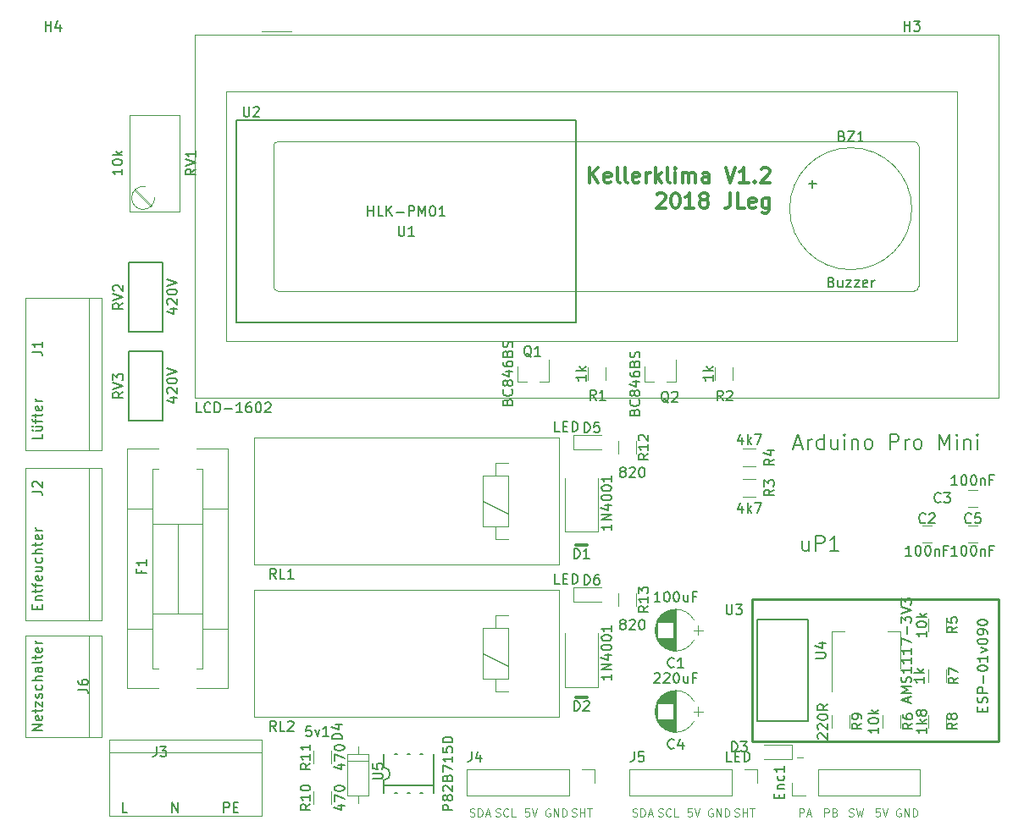
<source format=gbr>
G04 #@! TF.GenerationSoftware,KiCad,Pcbnew,(5.0.2)-1*
G04 #@! TF.CreationDate,2019-02-28T14:54:57+01:00*
G04 #@! TF.ProjectId,Kellerklima,4b656c6c-6572-46b6-9c69-6d612e6b6963,rev?*
G04 #@! TF.SameCoordinates,Original*
G04 #@! TF.FileFunction,Legend,Top*
G04 #@! TF.FilePolarity,Positive*
%FSLAX46Y46*%
G04 Gerber Fmt 4.6, Leading zero omitted, Abs format (unit mm)*
G04 Created by KiCad (PCBNEW (5.0.2)-1) date 28/02/2019 14:54:57*
%MOMM*%
%LPD*%
G01*
G04 APERTURE LIST*
%ADD10C,0.300000*%
%ADD11C,0.100000*%
%ADD12C,0.200000*%
%ADD13C,0.120000*%
%ADD14C,0.180000*%
%ADD15C,0.150000*%
%ADD16C,0.254000*%
%ADD17C,0.152400*%
G04 APERTURE END LIST*
D10*
X108519285Y-35471571D02*
X108519285Y-33971571D01*
X109376428Y-35471571D02*
X108733571Y-34614428D01*
X109376428Y-33971571D02*
X108519285Y-34828714D01*
X110590714Y-35400142D02*
X110447857Y-35471571D01*
X110162142Y-35471571D01*
X110019285Y-35400142D01*
X109947857Y-35257285D01*
X109947857Y-34685857D01*
X110019285Y-34543000D01*
X110162142Y-34471571D01*
X110447857Y-34471571D01*
X110590714Y-34543000D01*
X110662142Y-34685857D01*
X110662142Y-34828714D01*
X109947857Y-34971571D01*
X111519285Y-35471571D02*
X111376428Y-35400142D01*
X111305000Y-35257285D01*
X111305000Y-33971571D01*
X112305000Y-35471571D02*
X112162142Y-35400142D01*
X112090714Y-35257285D01*
X112090714Y-33971571D01*
X113447857Y-35400142D02*
X113305000Y-35471571D01*
X113019285Y-35471571D01*
X112876428Y-35400142D01*
X112805000Y-35257285D01*
X112805000Y-34685857D01*
X112876428Y-34543000D01*
X113019285Y-34471571D01*
X113305000Y-34471571D01*
X113447857Y-34543000D01*
X113519285Y-34685857D01*
X113519285Y-34828714D01*
X112805000Y-34971571D01*
X114162142Y-35471571D02*
X114162142Y-34471571D01*
X114162142Y-34757285D02*
X114233571Y-34614428D01*
X114305000Y-34543000D01*
X114447857Y-34471571D01*
X114590714Y-34471571D01*
X115090714Y-35471571D02*
X115090714Y-33971571D01*
X115233571Y-34900142D02*
X115662142Y-35471571D01*
X115662142Y-34471571D02*
X115090714Y-35043000D01*
X116519285Y-35471571D02*
X116376428Y-35400142D01*
X116305000Y-35257285D01*
X116305000Y-33971571D01*
X117090714Y-35471571D02*
X117090714Y-34471571D01*
X117090714Y-33971571D02*
X117019285Y-34043000D01*
X117090714Y-34114428D01*
X117162142Y-34043000D01*
X117090714Y-33971571D01*
X117090714Y-34114428D01*
X117805000Y-35471571D02*
X117805000Y-34471571D01*
X117805000Y-34614428D02*
X117876428Y-34543000D01*
X118019285Y-34471571D01*
X118233571Y-34471571D01*
X118376428Y-34543000D01*
X118447857Y-34685857D01*
X118447857Y-35471571D01*
X118447857Y-34685857D02*
X118519285Y-34543000D01*
X118662142Y-34471571D01*
X118876428Y-34471571D01*
X119019285Y-34543000D01*
X119090714Y-34685857D01*
X119090714Y-35471571D01*
X120447857Y-35471571D02*
X120447857Y-34685857D01*
X120376428Y-34543000D01*
X120233571Y-34471571D01*
X119947857Y-34471571D01*
X119805000Y-34543000D01*
X120447857Y-35400142D02*
X120305000Y-35471571D01*
X119947857Y-35471571D01*
X119805000Y-35400142D01*
X119733571Y-35257285D01*
X119733571Y-35114428D01*
X119805000Y-34971571D01*
X119947857Y-34900142D01*
X120305000Y-34900142D01*
X120447857Y-34828714D01*
X122090714Y-33971571D02*
X122590714Y-35471571D01*
X123090714Y-33971571D01*
X124376428Y-35471571D02*
X123519285Y-35471571D01*
X123947857Y-35471571D02*
X123947857Y-33971571D01*
X123805000Y-34185857D01*
X123662142Y-34328714D01*
X123519285Y-34400142D01*
X125019285Y-35328714D02*
X125090714Y-35400142D01*
X125019285Y-35471571D01*
X124947857Y-35400142D01*
X125019285Y-35328714D01*
X125019285Y-35471571D01*
X125662142Y-34114428D02*
X125733571Y-34043000D01*
X125876428Y-33971571D01*
X126233571Y-33971571D01*
X126376428Y-34043000D01*
X126447857Y-34114428D01*
X126519285Y-34257285D01*
X126519285Y-34400142D01*
X126447857Y-34614428D01*
X125590714Y-35471571D01*
X126519285Y-35471571D01*
X115233571Y-36664428D02*
X115305000Y-36593000D01*
X115447857Y-36521571D01*
X115805000Y-36521571D01*
X115947857Y-36593000D01*
X116019285Y-36664428D01*
X116090714Y-36807285D01*
X116090714Y-36950142D01*
X116019285Y-37164428D01*
X115162142Y-38021571D01*
X116090714Y-38021571D01*
X117019285Y-36521571D02*
X117162142Y-36521571D01*
X117305000Y-36593000D01*
X117376428Y-36664428D01*
X117447857Y-36807285D01*
X117519285Y-37093000D01*
X117519285Y-37450142D01*
X117447857Y-37735857D01*
X117376428Y-37878714D01*
X117305000Y-37950142D01*
X117162142Y-38021571D01*
X117019285Y-38021571D01*
X116876428Y-37950142D01*
X116805000Y-37878714D01*
X116733571Y-37735857D01*
X116662142Y-37450142D01*
X116662142Y-37093000D01*
X116733571Y-36807285D01*
X116805000Y-36664428D01*
X116876428Y-36593000D01*
X117019285Y-36521571D01*
X118947857Y-38021571D02*
X118090714Y-38021571D01*
X118519285Y-38021571D02*
X118519285Y-36521571D01*
X118376428Y-36735857D01*
X118233571Y-36878714D01*
X118090714Y-36950142D01*
X119805000Y-37164428D02*
X119662142Y-37093000D01*
X119590714Y-37021571D01*
X119519285Y-36878714D01*
X119519285Y-36807285D01*
X119590714Y-36664428D01*
X119662142Y-36593000D01*
X119805000Y-36521571D01*
X120090714Y-36521571D01*
X120233571Y-36593000D01*
X120305000Y-36664428D01*
X120376428Y-36807285D01*
X120376428Y-36878714D01*
X120305000Y-37021571D01*
X120233571Y-37093000D01*
X120090714Y-37164428D01*
X119805000Y-37164428D01*
X119662142Y-37235857D01*
X119590714Y-37307285D01*
X119519285Y-37450142D01*
X119519285Y-37735857D01*
X119590714Y-37878714D01*
X119662142Y-37950142D01*
X119805000Y-38021571D01*
X120090714Y-38021571D01*
X120233571Y-37950142D01*
X120305000Y-37878714D01*
X120376428Y-37735857D01*
X120376428Y-37450142D01*
X120305000Y-37307285D01*
X120233571Y-37235857D01*
X120090714Y-37164428D01*
X122590714Y-36521571D02*
X122590714Y-37593000D01*
X122519285Y-37807285D01*
X122376428Y-37950142D01*
X122162142Y-38021571D01*
X122019285Y-38021571D01*
X124019285Y-38021571D02*
X123305000Y-38021571D01*
X123305000Y-36521571D01*
X125090714Y-37950142D02*
X124947857Y-38021571D01*
X124662142Y-38021571D01*
X124519285Y-37950142D01*
X124447857Y-37807285D01*
X124447857Y-37235857D01*
X124519285Y-37093000D01*
X124662142Y-37021571D01*
X124947857Y-37021571D01*
X125090714Y-37093000D01*
X125162142Y-37235857D01*
X125162142Y-37378714D01*
X124447857Y-37521571D01*
X126447857Y-37021571D02*
X126447857Y-38235857D01*
X126376428Y-38378714D01*
X126305000Y-38450142D01*
X126162142Y-38521571D01*
X125947857Y-38521571D01*
X125805000Y-38450142D01*
X126447857Y-37950142D02*
X126305000Y-38021571D01*
X126019285Y-38021571D01*
X125876428Y-37950142D01*
X125805000Y-37878714D01*
X125733571Y-37735857D01*
X125733571Y-37307285D01*
X125805000Y-37164428D01*
X125876428Y-37093000D01*
X126019285Y-37021571D01*
X126305000Y-37021571D01*
X126447857Y-37093000D01*
D11*
X129495619Y-98913904D02*
X129495619Y-98113904D01*
X129800380Y-98113904D01*
X129876571Y-98152000D01*
X129914666Y-98190095D01*
X129952761Y-98266285D01*
X129952761Y-98380571D01*
X129914666Y-98456761D01*
X129876571Y-98494857D01*
X129800380Y-98532952D01*
X129495619Y-98532952D01*
X130257523Y-98685333D02*
X130638476Y-98685333D01*
X130181333Y-98913904D02*
X130448000Y-98113904D01*
X130714666Y-98913904D01*
X131978476Y-98913904D02*
X131978476Y-98113904D01*
X132283238Y-98113904D01*
X132359428Y-98152000D01*
X132397523Y-98190095D01*
X132435619Y-98266285D01*
X132435619Y-98380571D01*
X132397523Y-98456761D01*
X132359428Y-98494857D01*
X132283238Y-98532952D01*
X131978476Y-98532952D01*
X133045142Y-98494857D02*
X133159428Y-98532952D01*
X133197523Y-98571047D01*
X133235619Y-98647238D01*
X133235619Y-98761523D01*
X133197523Y-98837714D01*
X133159428Y-98875809D01*
X133083238Y-98913904D01*
X132778476Y-98913904D01*
X132778476Y-98113904D01*
X133045142Y-98113904D01*
X133121333Y-98152000D01*
X133159428Y-98190095D01*
X133197523Y-98266285D01*
X133197523Y-98342476D01*
X133159428Y-98418666D01*
X133121333Y-98456761D01*
X133045142Y-98494857D01*
X132778476Y-98494857D01*
X134442285Y-98875809D02*
X134556571Y-98913904D01*
X134747047Y-98913904D01*
X134823238Y-98875809D01*
X134861333Y-98837714D01*
X134899428Y-98761523D01*
X134899428Y-98685333D01*
X134861333Y-98609142D01*
X134823238Y-98571047D01*
X134747047Y-98532952D01*
X134594666Y-98494857D01*
X134518476Y-98456761D01*
X134480380Y-98418666D01*
X134442285Y-98342476D01*
X134442285Y-98266285D01*
X134480380Y-98190095D01*
X134518476Y-98152000D01*
X134594666Y-98113904D01*
X134785142Y-98113904D01*
X134899428Y-98152000D01*
X135166095Y-98113904D02*
X135356571Y-98913904D01*
X135508952Y-98342476D01*
X135661333Y-98913904D01*
X135851809Y-98113904D01*
X129235238Y-93021142D02*
X129844761Y-93021142D01*
X137515619Y-98113904D02*
X137134666Y-98113904D01*
X137096571Y-98494857D01*
X137134666Y-98456761D01*
X137210857Y-98418666D01*
X137401333Y-98418666D01*
X137477523Y-98456761D01*
X137515619Y-98494857D01*
X137553714Y-98571047D01*
X137553714Y-98761523D01*
X137515619Y-98837714D01*
X137477523Y-98875809D01*
X137401333Y-98913904D01*
X137210857Y-98913904D01*
X137134666Y-98875809D01*
X137096571Y-98837714D01*
X137782285Y-98113904D02*
X138048952Y-98913904D01*
X138315619Y-98113904D01*
X139598476Y-98152000D02*
X139522285Y-98113904D01*
X139408000Y-98113904D01*
X139293714Y-98152000D01*
X139217523Y-98228190D01*
X139179428Y-98304380D01*
X139141333Y-98456761D01*
X139141333Y-98571047D01*
X139179428Y-98723428D01*
X139217523Y-98799619D01*
X139293714Y-98875809D01*
X139408000Y-98913904D01*
X139484190Y-98913904D01*
X139598476Y-98875809D01*
X139636571Y-98837714D01*
X139636571Y-98571047D01*
X139484190Y-98571047D01*
X139979428Y-98913904D02*
X139979428Y-98113904D01*
X140436571Y-98913904D01*
X140436571Y-98113904D01*
X140817523Y-98913904D02*
X140817523Y-98113904D01*
X141008000Y-98113904D01*
X141122285Y-98152000D01*
X141198476Y-98228190D01*
X141236571Y-98304380D01*
X141274666Y-98456761D01*
X141274666Y-98571047D01*
X141236571Y-98723428D01*
X141198476Y-98799619D01*
X141122285Y-98875809D01*
X141008000Y-98913904D01*
X140817523Y-98913904D01*
X112820571Y-98875809D02*
X112934857Y-98913904D01*
X113125333Y-98913904D01*
X113201523Y-98875809D01*
X113239619Y-98837714D01*
X113277714Y-98761523D01*
X113277714Y-98685333D01*
X113239619Y-98609142D01*
X113201523Y-98571047D01*
X113125333Y-98532952D01*
X112972952Y-98494857D01*
X112896761Y-98456761D01*
X112858666Y-98418666D01*
X112820571Y-98342476D01*
X112820571Y-98266285D01*
X112858666Y-98190095D01*
X112896761Y-98152000D01*
X112972952Y-98113904D01*
X113163428Y-98113904D01*
X113277714Y-98152000D01*
X113620571Y-98913904D02*
X113620571Y-98113904D01*
X113811047Y-98113904D01*
X113925333Y-98152000D01*
X114001523Y-98228190D01*
X114039619Y-98304380D01*
X114077714Y-98456761D01*
X114077714Y-98571047D01*
X114039619Y-98723428D01*
X114001523Y-98799619D01*
X113925333Y-98875809D01*
X113811047Y-98913904D01*
X113620571Y-98913904D01*
X114382476Y-98685333D02*
X114763428Y-98685333D01*
X114306285Y-98913904D02*
X114572952Y-98113904D01*
X114839619Y-98913904D01*
X115379619Y-98875809D02*
X115493904Y-98913904D01*
X115684380Y-98913904D01*
X115760571Y-98875809D01*
X115798666Y-98837714D01*
X115836761Y-98761523D01*
X115836761Y-98685333D01*
X115798666Y-98609142D01*
X115760571Y-98571047D01*
X115684380Y-98532952D01*
X115532000Y-98494857D01*
X115455809Y-98456761D01*
X115417714Y-98418666D01*
X115379619Y-98342476D01*
X115379619Y-98266285D01*
X115417714Y-98190095D01*
X115455809Y-98152000D01*
X115532000Y-98113904D01*
X115722476Y-98113904D01*
X115836761Y-98152000D01*
X116636761Y-98837714D02*
X116598666Y-98875809D01*
X116484380Y-98913904D01*
X116408190Y-98913904D01*
X116293904Y-98875809D01*
X116217714Y-98799619D01*
X116179619Y-98723428D01*
X116141523Y-98571047D01*
X116141523Y-98456761D01*
X116179619Y-98304380D01*
X116217714Y-98228190D01*
X116293904Y-98152000D01*
X116408190Y-98113904D01*
X116484380Y-98113904D01*
X116598666Y-98152000D01*
X116636761Y-98190095D01*
X117360571Y-98913904D02*
X116979619Y-98913904D01*
X116979619Y-98113904D01*
X96564571Y-98875809D02*
X96678857Y-98913904D01*
X96869333Y-98913904D01*
X96945523Y-98875809D01*
X96983619Y-98837714D01*
X97021714Y-98761523D01*
X97021714Y-98685333D01*
X96983619Y-98609142D01*
X96945523Y-98571047D01*
X96869333Y-98532952D01*
X96716952Y-98494857D01*
X96640761Y-98456761D01*
X96602666Y-98418666D01*
X96564571Y-98342476D01*
X96564571Y-98266285D01*
X96602666Y-98190095D01*
X96640761Y-98152000D01*
X96716952Y-98113904D01*
X96907428Y-98113904D01*
X97021714Y-98152000D01*
X97364571Y-98913904D02*
X97364571Y-98113904D01*
X97555047Y-98113904D01*
X97669333Y-98152000D01*
X97745523Y-98228190D01*
X97783619Y-98304380D01*
X97821714Y-98456761D01*
X97821714Y-98571047D01*
X97783619Y-98723428D01*
X97745523Y-98799619D01*
X97669333Y-98875809D01*
X97555047Y-98913904D01*
X97364571Y-98913904D01*
X98126476Y-98685333D02*
X98507428Y-98685333D01*
X98050285Y-98913904D02*
X98316952Y-98113904D01*
X98583619Y-98913904D01*
X99123619Y-98875809D02*
X99237904Y-98913904D01*
X99428380Y-98913904D01*
X99504571Y-98875809D01*
X99542666Y-98837714D01*
X99580761Y-98761523D01*
X99580761Y-98685333D01*
X99542666Y-98609142D01*
X99504571Y-98571047D01*
X99428380Y-98532952D01*
X99276000Y-98494857D01*
X99199809Y-98456761D01*
X99161714Y-98418666D01*
X99123619Y-98342476D01*
X99123619Y-98266285D01*
X99161714Y-98190095D01*
X99199809Y-98152000D01*
X99276000Y-98113904D01*
X99466476Y-98113904D01*
X99580761Y-98152000D01*
X100380761Y-98837714D02*
X100342666Y-98875809D01*
X100228380Y-98913904D01*
X100152190Y-98913904D01*
X100037904Y-98875809D01*
X99961714Y-98799619D01*
X99923619Y-98723428D01*
X99885523Y-98571047D01*
X99885523Y-98456761D01*
X99923619Y-98304380D01*
X99961714Y-98228190D01*
X100037904Y-98152000D01*
X100152190Y-98113904D01*
X100228380Y-98113904D01*
X100342666Y-98152000D01*
X100380761Y-98190095D01*
X101104571Y-98913904D02*
X100723619Y-98913904D01*
X100723619Y-98113904D01*
X104546476Y-98152000D02*
X104470285Y-98113904D01*
X104356000Y-98113904D01*
X104241714Y-98152000D01*
X104165523Y-98228190D01*
X104127428Y-98304380D01*
X104089333Y-98456761D01*
X104089333Y-98571047D01*
X104127428Y-98723428D01*
X104165523Y-98799619D01*
X104241714Y-98875809D01*
X104356000Y-98913904D01*
X104432190Y-98913904D01*
X104546476Y-98875809D01*
X104584571Y-98837714D01*
X104584571Y-98571047D01*
X104432190Y-98571047D01*
X104927428Y-98913904D02*
X104927428Y-98113904D01*
X105384571Y-98913904D01*
X105384571Y-98113904D01*
X105765523Y-98913904D02*
X105765523Y-98113904D01*
X105956000Y-98113904D01*
X106070285Y-98152000D01*
X106146476Y-98228190D01*
X106184571Y-98304380D01*
X106222666Y-98456761D01*
X106222666Y-98571047D01*
X106184571Y-98723428D01*
X106146476Y-98799619D01*
X106070285Y-98875809D01*
X105956000Y-98913904D01*
X105765523Y-98913904D01*
X102463619Y-98113904D02*
X102082666Y-98113904D01*
X102044571Y-98494857D01*
X102082666Y-98456761D01*
X102158857Y-98418666D01*
X102349333Y-98418666D01*
X102425523Y-98456761D01*
X102463619Y-98494857D01*
X102501714Y-98571047D01*
X102501714Y-98761523D01*
X102463619Y-98837714D01*
X102425523Y-98875809D01*
X102349333Y-98913904D01*
X102158857Y-98913904D01*
X102082666Y-98875809D01*
X102044571Y-98837714D01*
X102730285Y-98113904D02*
X102996952Y-98913904D01*
X103263619Y-98113904D01*
X118719619Y-98113904D02*
X118338666Y-98113904D01*
X118300571Y-98494857D01*
X118338666Y-98456761D01*
X118414857Y-98418666D01*
X118605333Y-98418666D01*
X118681523Y-98456761D01*
X118719619Y-98494857D01*
X118757714Y-98571047D01*
X118757714Y-98761523D01*
X118719619Y-98837714D01*
X118681523Y-98875809D01*
X118605333Y-98913904D01*
X118414857Y-98913904D01*
X118338666Y-98875809D01*
X118300571Y-98837714D01*
X118986285Y-98113904D02*
X119252952Y-98913904D01*
X119519619Y-98113904D01*
X120802476Y-98152000D02*
X120726285Y-98113904D01*
X120612000Y-98113904D01*
X120497714Y-98152000D01*
X120421523Y-98228190D01*
X120383428Y-98304380D01*
X120345333Y-98456761D01*
X120345333Y-98571047D01*
X120383428Y-98723428D01*
X120421523Y-98799619D01*
X120497714Y-98875809D01*
X120612000Y-98913904D01*
X120688190Y-98913904D01*
X120802476Y-98875809D01*
X120840571Y-98837714D01*
X120840571Y-98571047D01*
X120688190Y-98571047D01*
X121183428Y-98913904D02*
X121183428Y-98113904D01*
X121640571Y-98913904D01*
X121640571Y-98113904D01*
X122021523Y-98913904D02*
X122021523Y-98113904D01*
X122212000Y-98113904D01*
X122326285Y-98152000D01*
X122402476Y-98228190D01*
X122440571Y-98304380D01*
X122478666Y-98456761D01*
X122478666Y-98571047D01*
X122440571Y-98723428D01*
X122402476Y-98799619D01*
X122326285Y-98875809D01*
X122212000Y-98913904D01*
X122021523Y-98913904D01*
X106743619Y-98875809D02*
X106857904Y-98913904D01*
X107048380Y-98913904D01*
X107124571Y-98875809D01*
X107162666Y-98837714D01*
X107200761Y-98761523D01*
X107200761Y-98685333D01*
X107162666Y-98609142D01*
X107124571Y-98571047D01*
X107048380Y-98532952D01*
X106896000Y-98494857D01*
X106819809Y-98456761D01*
X106781714Y-98418666D01*
X106743619Y-98342476D01*
X106743619Y-98266285D01*
X106781714Y-98190095D01*
X106819809Y-98152000D01*
X106896000Y-98113904D01*
X107086476Y-98113904D01*
X107200761Y-98152000D01*
X107543619Y-98913904D02*
X107543619Y-98113904D01*
X107543619Y-98494857D02*
X108000761Y-98494857D01*
X108000761Y-98913904D02*
X108000761Y-98113904D01*
X108267428Y-98113904D02*
X108724571Y-98113904D01*
X108496000Y-98913904D02*
X108496000Y-98113904D01*
X122999619Y-98875809D02*
X123113904Y-98913904D01*
X123304380Y-98913904D01*
X123380571Y-98875809D01*
X123418666Y-98837714D01*
X123456761Y-98761523D01*
X123456761Y-98685333D01*
X123418666Y-98609142D01*
X123380571Y-98571047D01*
X123304380Y-98532952D01*
X123152000Y-98494857D01*
X123075809Y-98456761D01*
X123037714Y-98418666D01*
X122999619Y-98342476D01*
X122999619Y-98266285D01*
X123037714Y-98190095D01*
X123075809Y-98152000D01*
X123152000Y-98113904D01*
X123342476Y-98113904D01*
X123456761Y-98152000D01*
X123799619Y-98913904D02*
X123799619Y-98113904D01*
X123799619Y-98494857D02*
X124256761Y-98494857D01*
X124256761Y-98913904D02*
X124256761Y-98113904D01*
X124523428Y-98113904D02*
X124980571Y-98113904D01*
X124752000Y-98913904D02*
X124752000Y-98113904D01*
D10*
X107124571Y-86975142D02*
X108267428Y-86975142D01*
X107124571Y-71735142D02*
X108267428Y-71735142D01*
D12*
X71929714Y-98496380D02*
X71929714Y-97496380D01*
X72310666Y-97496380D01*
X72405904Y-97544000D01*
X72453523Y-97591619D01*
X72501142Y-97686857D01*
X72501142Y-97829714D01*
X72453523Y-97924952D01*
X72405904Y-97972571D01*
X72310666Y-98020190D01*
X71929714Y-98020190D01*
X72929714Y-97972571D02*
X73263047Y-97972571D01*
X73405904Y-98496380D02*
X72929714Y-98496380D01*
X72929714Y-97496380D01*
X73405904Y-97496380D01*
X66770285Y-98496380D02*
X66770285Y-97496380D01*
X67341714Y-98496380D01*
X67341714Y-97496380D01*
X62285523Y-98496380D02*
X61809333Y-98496380D01*
X61809333Y-97496380D01*
D13*
G04 #@! TO.C,D5*
X106912000Y-60768000D02*
X106912000Y-62168000D01*
X106912000Y-62168000D02*
X109712000Y-62168000D01*
X106912000Y-60768000D02*
X109712000Y-60768000D01*
G04 #@! TO.C,D6*
X106912000Y-76008000D02*
X109712000Y-76008000D01*
X106912000Y-77408000D02*
X109712000Y-77408000D01*
X106912000Y-76008000D02*
X106912000Y-77408000D01*
G04 #@! TO.C,R13*
X111388000Y-77816000D02*
X111388000Y-76616000D01*
X113148000Y-76616000D02*
X113148000Y-77816000D01*
G04 #@! TO.C,R12*
X113148000Y-61376000D02*
X113148000Y-62576000D01*
X111388000Y-62576000D02*
X111388000Y-61376000D01*
G04 #@! TO.C,BZ1*
X140710000Y-38100000D02*
G75*
G03X140710000Y-38100000I-6100000J0D01*
G01*
G04 #@! TO.C,U4*
X132734000Y-86396000D02*
X132734000Y-80386000D01*
X139554000Y-84146000D02*
X139554000Y-80386000D01*
X132734000Y-80386000D02*
X133994000Y-80386000D01*
X139554000Y-80386000D02*
X138294000Y-80386000D01*
G04 #@! TO.C,U2*
X72216000Y-51368000D02*
X72216000Y-26368000D01*
X145216000Y-51368000D02*
X72216000Y-51368000D01*
X145216000Y-26368000D02*
X145216000Y-51368000D01*
X72216000Y-26368000D02*
X145216000Y-26368000D01*
X77416660Y-31366460D02*
G75*
G03X76916280Y-31866840I0J-500380D01*
G01*
X76916280Y-45867320D02*
G75*
G03X77416660Y-46367700I500380J0D01*
G01*
X140916660Y-46367700D02*
G75*
G03X141417040Y-45867320I0J500380D01*
G01*
X141416000Y-31868000D02*
G75*
G03X140916000Y-31368000I-500000J0D01*
G01*
X141416000Y-31868000D02*
X141416000Y-45868000D01*
X140916660Y-46368000D02*
X77416000Y-46368000D01*
X76916280Y-45867320D02*
X76916280Y-31868000D01*
X77416000Y-31368000D02*
X140916000Y-31368000D01*
X75716000Y-20368000D02*
X78716000Y-20368000D01*
X69086000Y-20728000D02*
X69876000Y-20728000D01*
X69076000Y-20728000D02*
X69076000Y-57008000D01*
X149356000Y-20728000D02*
X69876000Y-20728000D01*
X149356000Y-57008000D02*
X149356000Y-20728000D01*
X69076000Y-57008000D02*
X149356000Y-57008000D01*
G04 #@! TO.C,D4*
X86404000Y-93342000D02*
X84284000Y-93342000D01*
X85344000Y-97572000D02*
X85344000Y-96802000D01*
X85344000Y-91912000D02*
X85344000Y-92682000D01*
X86404000Y-96802000D02*
X86404000Y-92682000D01*
X84284000Y-96802000D02*
X86404000Y-96802000D01*
X84284000Y-92682000D02*
X84284000Y-96802000D01*
X86404000Y-92682000D02*
X84284000Y-92682000D01*
G04 #@! TO.C,RV1*
X64749000Y-37759000D02*
X63139000Y-36147000D01*
X64608000Y-37899000D02*
X62998000Y-36288000D01*
X67494000Y-38353000D02*
X62543000Y-38353000D01*
X67494000Y-28703000D02*
X62543000Y-28703000D01*
X62543000Y-28703000D02*
X62543000Y-38353000D01*
X67494000Y-28703000D02*
X67494000Y-38353000D01*
X62719948Y-37043121D02*
G75*
G02X64114000Y-35894000I1154052J20121D01*
G01*
X65028296Y-36982691D02*
G75*
G02X62719000Y-37023000I-1154296J-40309D01*
G01*
G04 #@! TO.C,R11*
X82668000Y-92364000D02*
X82668000Y-93564000D01*
X80908000Y-93564000D02*
X80908000Y-92364000D01*
G04 #@! TO.C,R10*
X80908000Y-97628000D02*
X80908000Y-96428000D01*
X82668000Y-96428000D02*
X82668000Y-97628000D01*
D14*
G04 #@! TO.C,U5*
X92924000Y-92677432D02*
X92924000Y-96577432D01*
X87924000Y-96577432D02*
X87924000Y-95262432D01*
X87924000Y-93992432D02*
X87924000Y-92677432D01*
X92924000Y-95827432D02*
X87924000Y-95827432D01*
X89027000Y-92677432D02*
X89281000Y-92677432D01*
X90297000Y-92677432D02*
X90551000Y-92677432D01*
X91567000Y-92677432D02*
X91821000Y-92677432D01*
X89027000Y-96577432D02*
X89281000Y-96577432D01*
X90297000Y-96577432D02*
X90551000Y-96577432D01*
X91567000Y-96577432D02*
X91821000Y-96577432D01*
X87924000Y-95262432D02*
G75*
G03X87924000Y-93992432I0J635000D01*
G01*
D13*
G04 #@! TO.C,RL2*
X100330000Y-83820000D02*
X97790000Y-82550000D01*
X99060000Y-80010000D02*
X99060000Y-78740000D01*
X99060000Y-78740000D02*
X100330000Y-78740000D01*
X100330000Y-86360000D02*
X99060000Y-86360000D01*
X99060000Y-86360000D02*
X99060000Y-85090000D01*
X99060000Y-85090000D02*
X97790000Y-85090000D01*
X97790000Y-85090000D02*
X97790000Y-80010000D01*
X97790000Y-80010000D02*
X100330000Y-80010000D01*
X100330000Y-80010000D02*
X100330000Y-85090000D01*
X100330000Y-85090000D02*
X99060000Y-85090000D01*
X105410000Y-88900000D02*
X74930000Y-88900000D01*
X74930000Y-88900000D02*
X74930000Y-76200000D01*
X74930000Y-76200000D02*
X105410000Y-76200000D01*
X105410000Y-76200000D02*
X105410000Y-88900000D01*
G04 #@! TO.C,RL1*
X105410000Y-60960000D02*
X105410000Y-73660000D01*
X74930000Y-60960000D02*
X105410000Y-60960000D01*
X74930000Y-73660000D02*
X74930000Y-60960000D01*
X105410000Y-73660000D02*
X74930000Y-73660000D01*
X100330000Y-69850000D02*
X99060000Y-69850000D01*
X100330000Y-64770000D02*
X100330000Y-69850000D01*
X97790000Y-64770000D02*
X100330000Y-64770000D01*
X97790000Y-69850000D02*
X97790000Y-64770000D01*
X99060000Y-69850000D02*
X97790000Y-69850000D01*
X99060000Y-71120000D02*
X99060000Y-69850000D01*
X100330000Y-71120000D02*
X99060000Y-71120000D01*
X99060000Y-63500000D02*
X100330000Y-63500000D01*
X99060000Y-64770000D02*
X99060000Y-63500000D01*
X100330000Y-68580000D02*
X97790000Y-67310000D01*
D15*
G04 #@! TO.C,U1*
X73170000Y-29270000D02*
X73170000Y-49470000D01*
X107170000Y-29270000D02*
X73170000Y-29270000D01*
X107170000Y-29470000D02*
X107170000Y-29270000D01*
X107170000Y-49470000D02*
X107170000Y-29470000D01*
X73170000Y-49470000D02*
X107170000Y-49470000D01*
D13*
G04 #@! TO.C,J6*
X59690000Y-90932000D02*
X59690000Y-80772000D01*
X52070000Y-90932000D02*
X59690000Y-90932000D01*
X52070000Y-80772000D02*
X52070000Y-90932000D01*
X59690000Y-80772000D02*
X52070000Y-80772000D01*
X58420000Y-80772000D02*
X58420000Y-90932000D01*
G04 #@! TO.C,Enc1*
X128718000Y-96834000D02*
X128718000Y-95504000D01*
X130048000Y-96834000D02*
X128718000Y-96834000D01*
X131318000Y-96834000D02*
X131318000Y-94174000D01*
X131318000Y-94174000D02*
X141538000Y-94174000D01*
X131318000Y-96834000D02*
X141538000Y-96834000D01*
X141538000Y-96834000D02*
X141538000Y-94174000D01*
G04 #@! TO.C,C4*
X115263564Y-89371170D02*
G75*
G03X118955996Y-89372000I1846436J979170D01*
G01*
X115263564Y-87412830D02*
G75*
G02X118955996Y-87412000I1846436J-979170D01*
G01*
X115263564Y-87412830D02*
G75*
G03X115264004Y-89372000I1846436J-979170D01*
G01*
X117110000Y-90442000D02*
X117110000Y-86342000D01*
X117070000Y-90442000D02*
X117070000Y-86342000D01*
X117030000Y-90441000D02*
X117030000Y-86343000D01*
X116990000Y-90439000D02*
X116990000Y-86345000D01*
X116950000Y-90436000D02*
X116950000Y-86348000D01*
X116910000Y-90433000D02*
X116910000Y-86351000D01*
X116870000Y-90429000D02*
X116870000Y-89172000D01*
X116870000Y-87612000D02*
X116870000Y-86355000D01*
X116830000Y-90424000D02*
X116830000Y-89172000D01*
X116830000Y-87612000D02*
X116830000Y-86360000D01*
X116790000Y-90418000D02*
X116790000Y-89172000D01*
X116790000Y-87612000D02*
X116790000Y-86366000D01*
X116750000Y-90411000D02*
X116750000Y-89172000D01*
X116750000Y-87612000D02*
X116750000Y-86373000D01*
X116710000Y-90404000D02*
X116710000Y-89172000D01*
X116710000Y-87612000D02*
X116710000Y-86380000D01*
X116670000Y-90396000D02*
X116670000Y-89172000D01*
X116670000Y-87612000D02*
X116670000Y-86388000D01*
X116630000Y-90387000D02*
X116630000Y-89172000D01*
X116630000Y-87612000D02*
X116630000Y-86397000D01*
X116590000Y-90377000D02*
X116590000Y-89172000D01*
X116590000Y-87612000D02*
X116590000Y-86407000D01*
X116550000Y-90366000D02*
X116550000Y-89172000D01*
X116550000Y-87612000D02*
X116550000Y-86418000D01*
X116510000Y-90355000D02*
X116510000Y-89172000D01*
X116510000Y-87612000D02*
X116510000Y-86429000D01*
X116470000Y-90342000D02*
X116470000Y-89172000D01*
X116470000Y-87612000D02*
X116470000Y-86442000D01*
X116430000Y-90329000D02*
X116430000Y-89172000D01*
X116430000Y-87612000D02*
X116430000Y-86455000D01*
X116389000Y-90315000D02*
X116389000Y-89172000D01*
X116389000Y-87612000D02*
X116389000Y-86469000D01*
X116349000Y-90299000D02*
X116349000Y-89172000D01*
X116349000Y-87612000D02*
X116349000Y-86485000D01*
X116309000Y-90283000D02*
X116309000Y-89172000D01*
X116309000Y-87612000D02*
X116309000Y-86501000D01*
X116269000Y-90266000D02*
X116269000Y-89172000D01*
X116269000Y-87612000D02*
X116269000Y-86518000D01*
X116229000Y-90248000D02*
X116229000Y-89172000D01*
X116229000Y-87612000D02*
X116229000Y-86536000D01*
X116189000Y-90229000D02*
X116189000Y-89172000D01*
X116189000Y-87612000D02*
X116189000Y-86555000D01*
X116149000Y-90209000D02*
X116149000Y-89172000D01*
X116149000Y-87612000D02*
X116149000Y-86575000D01*
X116109000Y-90188000D02*
X116109000Y-89172000D01*
X116109000Y-87612000D02*
X116109000Y-86596000D01*
X116069000Y-90165000D02*
X116069000Y-89172000D01*
X116069000Y-87612000D02*
X116069000Y-86619000D01*
X116029000Y-90142000D02*
X116029000Y-89172000D01*
X116029000Y-87612000D02*
X116029000Y-86642000D01*
X115989000Y-90117000D02*
X115989000Y-89172000D01*
X115989000Y-87612000D02*
X115989000Y-86667000D01*
X115949000Y-90091000D02*
X115949000Y-89172000D01*
X115949000Y-87612000D02*
X115949000Y-86693000D01*
X115909000Y-90064000D02*
X115909000Y-89172000D01*
X115909000Y-87612000D02*
X115909000Y-86720000D01*
X115869000Y-90035000D02*
X115869000Y-89172000D01*
X115869000Y-87612000D02*
X115869000Y-86749000D01*
X115829000Y-90005000D02*
X115829000Y-89172000D01*
X115829000Y-87612000D02*
X115829000Y-86779000D01*
X115789000Y-89973000D02*
X115789000Y-89172000D01*
X115789000Y-87612000D02*
X115789000Y-86811000D01*
X115749000Y-89939000D02*
X115749000Y-89172000D01*
X115749000Y-87612000D02*
X115749000Y-86845000D01*
X115709000Y-89904000D02*
X115709000Y-89172000D01*
X115709000Y-87612000D02*
X115709000Y-86880000D01*
X115669000Y-89867000D02*
X115669000Y-89172000D01*
X115669000Y-87612000D02*
X115669000Y-86917000D01*
X115629000Y-89828000D02*
X115629000Y-89172000D01*
X115629000Y-87612000D02*
X115629000Y-86956000D01*
X115589000Y-89787000D02*
X115589000Y-89172000D01*
X115589000Y-87612000D02*
X115589000Y-86997000D01*
X115549000Y-89743000D02*
X115549000Y-89172000D01*
X115549000Y-87612000D02*
X115549000Y-87041000D01*
X115509000Y-89697000D02*
X115509000Y-89172000D01*
X115509000Y-87612000D02*
X115509000Y-87087000D01*
X115469000Y-89648000D02*
X115469000Y-89172000D01*
X115469000Y-87612000D02*
X115469000Y-87136000D01*
X115429000Y-89596000D02*
X115429000Y-89172000D01*
X115429000Y-87612000D02*
X115429000Y-87188000D01*
X115389000Y-89540000D02*
X115389000Y-89172000D01*
X115389000Y-87612000D02*
X115389000Y-87244000D01*
X115349000Y-89480000D02*
X115349000Y-89172000D01*
X115349000Y-87612000D02*
X115349000Y-87304000D01*
X115309000Y-89415000D02*
X115309000Y-87369000D01*
X115269000Y-89344000D02*
X115269000Y-87440000D01*
X115229000Y-89266000D02*
X115229000Y-87518000D01*
X115189000Y-89178000D02*
X115189000Y-87606000D01*
X115149000Y-89078000D02*
X115149000Y-87706000D01*
X115109000Y-88959000D02*
X115109000Y-87825000D01*
X115069000Y-88807000D02*
X115069000Y-87977000D01*
X115029000Y-88557000D02*
X115029000Y-88227000D01*
X119810000Y-88392000D02*
X118910000Y-88392000D01*
X119360000Y-88842000D02*
X119360000Y-87942000D01*
G04 #@! TO.C,C1*
X119360000Y-80714000D02*
X119360000Y-79814000D01*
X119810000Y-80264000D02*
X118910000Y-80264000D01*
X115029000Y-80429000D02*
X115029000Y-80099000D01*
X115069000Y-80679000D02*
X115069000Y-79849000D01*
X115109000Y-80831000D02*
X115109000Y-79697000D01*
X115149000Y-80950000D02*
X115149000Y-79578000D01*
X115189000Y-81050000D02*
X115189000Y-79478000D01*
X115229000Y-81138000D02*
X115229000Y-79390000D01*
X115269000Y-81216000D02*
X115269000Y-79312000D01*
X115309000Y-81287000D02*
X115309000Y-79241000D01*
X115349000Y-79484000D02*
X115349000Y-79176000D01*
X115349000Y-81352000D02*
X115349000Y-81044000D01*
X115389000Y-79484000D02*
X115389000Y-79116000D01*
X115389000Y-81412000D02*
X115389000Y-81044000D01*
X115429000Y-79484000D02*
X115429000Y-79060000D01*
X115429000Y-81468000D02*
X115429000Y-81044000D01*
X115469000Y-79484000D02*
X115469000Y-79008000D01*
X115469000Y-81520000D02*
X115469000Y-81044000D01*
X115509000Y-79484000D02*
X115509000Y-78959000D01*
X115509000Y-81569000D02*
X115509000Y-81044000D01*
X115549000Y-79484000D02*
X115549000Y-78913000D01*
X115549000Y-81615000D02*
X115549000Y-81044000D01*
X115589000Y-79484000D02*
X115589000Y-78869000D01*
X115589000Y-81659000D02*
X115589000Y-81044000D01*
X115629000Y-79484000D02*
X115629000Y-78828000D01*
X115629000Y-81700000D02*
X115629000Y-81044000D01*
X115669000Y-79484000D02*
X115669000Y-78789000D01*
X115669000Y-81739000D02*
X115669000Y-81044000D01*
X115709000Y-79484000D02*
X115709000Y-78752000D01*
X115709000Y-81776000D02*
X115709000Y-81044000D01*
X115749000Y-79484000D02*
X115749000Y-78717000D01*
X115749000Y-81811000D02*
X115749000Y-81044000D01*
X115789000Y-79484000D02*
X115789000Y-78683000D01*
X115789000Y-81845000D02*
X115789000Y-81044000D01*
X115829000Y-79484000D02*
X115829000Y-78651000D01*
X115829000Y-81877000D02*
X115829000Y-81044000D01*
X115869000Y-79484000D02*
X115869000Y-78621000D01*
X115869000Y-81907000D02*
X115869000Y-81044000D01*
X115909000Y-79484000D02*
X115909000Y-78592000D01*
X115909000Y-81936000D02*
X115909000Y-81044000D01*
X115949000Y-79484000D02*
X115949000Y-78565000D01*
X115949000Y-81963000D02*
X115949000Y-81044000D01*
X115989000Y-79484000D02*
X115989000Y-78539000D01*
X115989000Y-81989000D02*
X115989000Y-81044000D01*
X116029000Y-79484000D02*
X116029000Y-78514000D01*
X116029000Y-82014000D02*
X116029000Y-81044000D01*
X116069000Y-79484000D02*
X116069000Y-78491000D01*
X116069000Y-82037000D02*
X116069000Y-81044000D01*
X116109000Y-79484000D02*
X116109000Y-78468000D01*
X116109000Y-82060000D02*
X116109000Y-81044000D01*
X116149000Y-79484000D02*
X116149000Y-78447000D01*
X116149000Y-82081000D02*
X116149000Y-81044000D01*
X116189000Y-79484000D02*
X116189000Y-78427000D01*
X116189000Y-82101000D02*
X116189000Y-81044000D01*
X116229000Y-79484000D02*
X116229000Y-78408000D01*
X116229000Y-82120000D02*
X116229000Y-81044000D01*
X116269000Y-79484000D02*
X116269000Y-78390000D01*
X116269000Y-82138000D02*
X116269000Y-81044000D01*
X116309000Y-79484000D02*
X116309000Y-78373000D01*
X116309000Y-82155000D02*
X116309000Y-81044000D01*
X116349000Y-79484000D02*
X116349000Y-78357000D01*
X116349000Y-82171000D02*
X116349000Y-81044000D01*
X116389000Y-79484000D02*
X116389000Y-78341000D01*
X116389000Y-82187000D02*
X116389000Y-81044000D01*
X116430000Y-79484000D02*
X116430000Y-78327000D01*
X116430000Y-82201000D02*
X116430000Y-81044000D01*
X116470000Y-79484000D02*
X116470000Y-78314000D01*
X116470000Y-82214000D02*
X116470000Y-81044000D01*
X116510000Y-79484000D02*
X116510000Y-78301000D01*
X116510000Y-82227000D02*
X116510000Y-81044000D01*
X116550000Y-79484000D02*
X116550000Y-78290000D01*
X116550000Y-82238000D02*
X116550000Y-81044000D01*
X116590000Y-79484000D02*
X116590000Y-78279000D01*
X116590000Y-82249000D02*
X116590000Y-81044000D01*
X116630000Y-79484000D02*
X116630000Y-78269000D01*
X116630000Y-82259000D02*
X116630000Y-81044000D01*
X116670000Y-79484000D02*
X116670000Y-78260000D01*
X116670000Y-82268000D02*
X116670000Y-81044000D01*
X116710000Y-79484000D02*
X116710000Y-78252000D01*
X116710000Y-82276000D02*
X116710000Y-81044000D01*
X116750000Y-79484000D02*
X116750000Y-78245000D01*
X116750000Y-82283000D02*
X116750000Y-81044000D01*
X116790000Y-79484000D02*
X116790000Y-78238000D01*
X116790000Y-82290000D02*
X116790000Y-81044000D01*
X116830000Y-79484000D02*
X116830000Y-78232000D01*
X116830000Y-82296000D02*
X116830000Y-81044000D01*
X116870000Y-79484000D02*
X116870000Y-78227000D01*
X116870000Y-82301000D02*
X116870000Y-81044000D01*
X116910000Y-82305000D02*
X116910000Y-78223000D01*
X116950000Y-82308000D02*
X116950000Y-78220000D01*
X116990000Y-82311000D02*
X116990000Y-78217000D01*
X117030000Y-82313000D02*
X117030000Y-78215000D01*
X117070000Y-82314000D02*
X117070000Y-78214000D01*
X117110000Y-82314000D02*
X117110000Y-78214000D01*
X115263564Y-79284830D02*
G75*
G03X115264004Y-81244000I1846436J-979170D01*
G01*
X115263564Y-79284830D02*
G75*
G02X118955996Y-79284000I1846436J-979170D01*
G01*
X115263564Y-81243170D02*
G75*
G03X118955996Y-81244000I1846436J979170D01*
G01*
G04 #@! TO.C,D3*
X128716000Y-93156000D02*
X125916000Y-93156000D01*
X128716000Y-91756000D02*
X125916000Y-91756000D01*
X128716000Y-93156000D02*
X128716000Y-91756000D01*
G04 #@! TO.C,C2*
X141740000Y-71462000D02*
X142740000Y-71462000D01*
X142740000Y-69762000D02*
X141740000Y-69762000D01*
G04 #@! TO.C,C3*
X146312000Y-67906000D02*
X147312000Y-67906000D01*
X147312000Y-66206000D02*
X146312000Y-66206000D01*
G04 #@! TO.C,C5*
X146312000Y-71462000D02*
X147312000Y-71462000D01*
X147312000Y-69762000D02*
X146312000Y-69762000D01*
G04 #@! TO.C,D2*
X106046000Y-85950000D02*
X109346000Y-85950000D01*
X109346000Y-85950000D02*
X109346000Y-80550000D01*
X106046000Y-85950000D02*
X106046000Y-80550000D01*
G04 #@! TO.C,D1*
X106046000Y-70424000D02*
X106046000Y-65024000D01*
X109346000Y-70424000D02*
X109346000Y-65024000D01*
X106046000Y-70424000D02*
X109346000Y-70424000D01*
D16*
G04 #@! TO.C,U3*
X124726633Y-77167818D02*
X149364633Y-77167818D01*
X149364633Y-77167818D02*
X149364633Y-91391818D01*
X149364633Y-91391818D02*
X124726633Y-91391818D01*
X124726633Y-91391818D02*
X124726633Y-77167818D01*
D17*
X127774633Y-79199818D02*
X125234633Y-79199818D01*
X125234633Y-79199818D02*
X125234633Y-81739818D01*
X125234633Y-81739818D02*
X125234633Y-89359818D01*
X125234633Y-89359818D02*
X130314633Y-89359818D01*
X130314633Y-89359818D02*
X130314633Y-79199818D01*
X130314633Y-79199818D02*
X127774633Y-79199818D01*
D13*
G04 #@! TO.C,F1*
X62310000Y-86090000D02*
X65410000Y-86090000D01*
X62310000Y-62090000D02*
X62310000Y-86090000D01*
X72310000Y-62090000D02*
X69210000Y-62090000D01*
X72310000Y-86090000D02*
X72310000Y-62090000D01*
X69210000Y-86090000D02*
X72310000Y-86090000D01*
X65410000Y-62090000D02*
X62310000Y-62090000D01*
X64810000Y-84090000D02*
X65410000Y-84090000D01*
X64810000Y-64090000D02*
X64810000Y-84090000D01*
X69810000Y-64090000D02*
X69210000Y-64090000D01*
X69810000Y-84090000D02*
X69810000Y-64090000D01*
X69210000Y-84090000D02*
X69810000Y-84090000D01*
X65410000Y-64090000D02*
X64810000Y-64090000D01*
X64810000Y-69590000D02*
X69810000Y-69590000D01*
X64810000Y-78590000D02*
X69810000Y-78590000D01*
X67310000Y-78590000D02*
X67310000Y-69590000D01*
X62310000Y-68090000D02*
X64810000Y-68090000D01*
X72310000Y-68090000D02*
X69810000Y-68090000D01*
X72310000Y-80090000D02*
X69810000Y-80090000D01*
X64810000Y-80090000D02*
X62310000Y-80090000D01*
G04 #@! TO.C,J5*
X112462000Y-94174000D02*
X112462000Y-96834000D01*
X122682000Y-94174000D02*
X112462000Y-94174000D01*
X122682000Y-96834000D02*
X112462000Y-96834000D01*
X122682000Y-94174000D02*
X122682000Y-96834000D01*
X123952000Y-94174000D02*
X125282000Y-94174000D01*
X125282000Y-94174000D02*
X125282000Y-95504000D01*
G04 #@! TO.C,J4*
X109026000Y-94174000D02*
X109026000Y-95504000D01*
X107696000Y-94174000D02*
X109026000Y-94174000D01*
X106426000Y-94174000D02*
X106426000Y-96834000D01*
X106426000Y-96834000D02*
X96206000Y-96834000D01*
X106426000Y-94174000D02*
X96206000Y-94174000D01*
X96206000Y-94174000D02*
X96206000Y-96834000D01*
G04 #@! TO.C,R2*
X121040000Y-55210000D02*
X121040000Y-54010000D01*
X122800000Y-54010000D02*
X122800000Y-55210000D01*
G04 #@! TO.C,R7*
X142376000Y-85436000D02*
X142376000Y-84236000D01*
X144136000Y-84236000D02*
X144136000Y-85436000D01*
G04 #@! TO.C,R6*
X139564000Y-88808000D02*
X139564000Y-90008000D01*
X137804000Y-90008000D02*
X137804000Y-88808000D01*
G04 #@! TO.C,R5*
X144136000Y-79156000D02*
X144136000Y-80356000D01*
X142376000Y-80356000D02*
X142376000Y-79156000D01*
G04 #@! TO.C,R4*
X123860000Y-62112000D02*
X125060000Y-62112000D01*
X125060000Y-63872000D02*
X123860000Y-63872000D01*
G04 #@! TO.C,R1*
X108340000Y-55210000D02*
X108340000Y-54010000D01*
X110100000Y-54010000D02*
X110100000Y-55210000D01*
G04 #@! TO.C,R8*
X142376000Y-90008000D02*
X142376000Y-88808000D01*
X144136000Y-88808000D02*
X144136000Y-90008000D01*
G04 #@! TO.C,R9*
X132724000Y-90008000D02*
X132724000Y-88808000D01*
X134484000Y-88808000D02*
X134484000Y-90008000D01*
G04 #@! TO.C,R3*
X123860000Y-65160000D02*
X125060000Y-65160000D01*
X125060000Y-66920000D02*
X123860000Y-66920000D01*
G04 #@! TO.C,Q2*
X113990000Y-55370000D02*
X113990000Y-53910000D01*
X117150000Y-55370000D02*
X117150000Y-53210000D01*
X117150000Y-55370000D02*
X116220000Y-55370000D01*
X113990000Y-55370000D02*
X114920000Y-55370000D01*
G04 #@! TO.C,Q1*
X101290000Y-55370000D02*
X102220000Y-55370000D01*
X104450000Y-55370000D02*
X103520000Y-55370000D01*
X104450000Y-55370000D02*
X104450000Y-53210000D01*
X101290000Y-55370000D02*
X101290000Y-53910000D01*
G04 #@! TO.C,J1*
X59690000Y-62230000D02*
X59690000Y-46990000D01*
X52070000Y-62230000D02*
X52070000Y-46990000D01*
X58420000Y-62230000D02*
X58420000Y-46990000D01*
X59690000Y-46990000D02*
X52070000Y-46990000D01*
X59690000Y-62230000D02*
X52070000Y-62230000D01*
G04 #@! TO.C,J2*
X59690000Y-79248000D02*
X52070000Y-79248000D01*
X59690000Y-64008000D02*
X52070000Y-64008000D01*
X58420000Y-79248000D02*
X58420000Y-64008000D01*
X52070000Y-79248000D02*
X52070000Y-64008000D01*
X59690000Y-79248000D02*
X59690000Y-64008000D01*
G04 #@! TO.C,J3*
X75692000Y-91186000D02*
X60452000Y-91186000D01*
X75692000Y-98806000D02*
X60452000Y-98806000D01*
X75692000Y-92456000D02*
X60452000Y-92456000D01*
X60452000Y-91186000D02*
X60452000Y-98806000D01*
X75692000Y-91186000D02*
X75692000Y-98806000D01*
D15*
G04 #@! TO.C,RV3*
X62420000Y-52340000D02*
X62420000Y-59340000D01*
X65820000Y-52340000D02*
X65820000Y-59340000D01*
X65820000Y-59340000D02*
X62420000Y-59340000D01*
X65820000Y-52340000D02*
X62420000Y-52340000D01*
G04 #@! TO.C,RV2*
X65820000Y-43450000D02*
X62420000Y-43450000D01*
X65820000Y-50450000D02*
X62420000Y-50450000D01*
X65820000Y-43450000D02*
X65820000Y-50450000D01*
X62420000Y-43450000D02*
X62420000Y-50450000D01*
G04 #@! TO.C,D5*
X107973904Y-60470380D02*
X107973904Y-59470380D01*
X108212000Y-59470380D01*
X108354857Y-59518000D01*
X108450095Y-59613238D01*
X108497714Y-59708476D01*
X108545333Y-59898952D01*
X108545333Y-60041809D01*
X108497714Y-60232285D01*
X108450095Y-60327523D01*
X108354857Y-60422761D01*
X108212000Y-60470380D01*
X107973904Y-60470380D01*
X109450095Y-59470380D02*
X108973904Y-59470380D01*
X108926285Y-59946571D01*
X108973904Y-59898952D01*
X109069142Y-59851333D01*
X109307238Y-59851333D01*
X109402476Y-59898952D01*
X109450095Y-59946571D01*
X109497714Y-60041809D01*
X109497714Y-60279904D01*
X109450095Y-60375142D01*
X109402476Y-60422761D01*
X109307238Y-60470380D01*
X109069142Y-60470380D01*
X108973904Y-60422761D01*
X108926285Y-60375142D01*
X105529142Y-60396380D02*
X105052952Y-60396380D01*
X105052952Y-59396380D01*
X105862476Y-59872571D02*
X106195809Y-59872571D01*
X106338666Y-60396380D02*
X105862476Y-60396380D01*
X105862476Y-59396380D01*
X106338666Y-59396380D01*
X106767238Y-60396380D02*
X106767238Y-59396380D01*
X107005333Y-59396380D01*
X107148190Y-59444000D01*
X107243428Y-59539238D01*
X107291047Y-59634476D01*
X107338666Y-59824952D01*
X107338666Y-59967809D01*
X107291047Y-60158285D01*
X107243428Y-60253523D01*
X107148190Y-60348761D01*
X107005333Y-60396380D01*
X106767238Y-60396380D01*
G04 #@! TO.C,D6*
X107973904Y-75710380D02*
X107973904Y-74710380D01*
X108212000Y-74710380D01*
X108354857Y-74758000D01*
X108450095Y-74853238D01*
X108497714Y-74948476D01*
X108545333Y-75138952D01*
X108545333Y-75281809D01*
X108497714Y-75472285D01*
X108450095Y-75567523D01*
X108354857Y-75662761D01*
X108212000Y-75710380D01*
X107973904Y-75710380D01*
X109402476Y-74710380D02*
X109212000Y-74710380D01*
X109116761Y-74758000D01*
X109069142Y-74805619D01*
X108973904Y-74948476D01*
X108926285Y-75138952D01*
X108926285Y-75519904D01*
X108973904Y-75615142D01*
X109021523Y-75662761D01*
X109116761Y-75710380D01*
X109307238Y-75710380D01*
X109402476Y-75662761D01*
X109450095Y-75615142D01*
X109497714Y-75519904D01*
X109497714Y-75281809D01*
X109450095Y-75186571D01*
X109402476Y-75138952D01*
X109307238Y-75091333D01*
X109116761Y-75091333D01*
X109021523Y-75138952D01*
X108973904Y-75186571D01*
X108926285Y-75281809D01*
X105529142Y-75636380D02*
X105052952Y-75636380D01*
X105052952Y-74636380D01*
X105862476Y-75112571D02*
X106195809Y-75112571D01*
X106338666Y-75636380D02*
X105862476Y-75636380D01*
X105862476Y-74636380D01*
X106338666Y-74636380D01*
X106767238Y-75636380D02*
X106767238Y-74636380D01*
X107005333Y-74636380D01*
X107148190Y-74684000D01*
X107243428Y-74779238D01*
X107291047Y-74874476D01*
X107338666Y-75064952D01*
X107338666Y-75207809D01*
X107291047Y-75398285D01*
X107243428Y-75493523D01*
X107148190Y-75588761D01*
X107005333Y-75636380D01*
X106767238Y-75636380D01*
G04 #@! TO.C,R13*
X114370380Y-77858857D02*
X113894190Y-78192190D01*
X114370380Y-78430285D02*
X113370380Y-78430285D01*
X113370380Y-78049333D01*
X113418000Y-77954095D01*
X113465619Y-77906476D01*
X113560857Y-77858857D01*
X113703714Y-77858857D01*
X113798952Y-77906476D01*
X113846571Y-77954095D01*
X113894190Y-78049333D01*
X113894190Y-78430285D01*
X114370380Y-76906476D02*
X114370380Y-77477904D01*
X114370380Y-77192190D02*
X113370380Y-77192190D01*
X113513238Y-77287428D01*
X113608476Y-77382666D01*
X113656095Y-77477904D01*
X113370380Y-76573142D02*
X113370380Y-75954095D01*
X113751333Y-76287428D01*
X113751333Y-76144571D01*
X113798952Y-76049333D01*
X113846571Y-76001714D01*
X113941809Y-75954095D01*
X114179904Y-75954095D01*
X114275142Y-76001714D01*
X114322761Y-76049333D01*
X114370380Y-76144571D01*
X114370380Y-76430285D01*
X114322761Y-76525523D01*
X114275142Y-76573142D01*
X111728380Y-79636952D02*
X111633142Y-79589333D01*
X111585523Y-79541714D01*
X111537904Y-79446476D01*
X111537904Y-79398857D01*
X111585523Y-79303619D01*
X111633142Y-79256000D01*
X111728380Y-79208380D01*
X111918857Y-79208380D01*
X112014095Y-79256000D01*
X112061714Y-79303619D01*
X112109333Y-79398857D01*
X112109333Y-79446476D01*
X112061714Y-79541714D01*
X112014095Y-79589333D01*
X111918857Y-79636952D01*
X111728380Y-79636952D01*
X111633142Y-79684571D01*
X111585523Y-79732190D01*
X111537904Y-79827428D01*
X111537904Y-80017904D01*
X111585523Y-80113142D01*
X111633142Y-80160761D01*
X111728380Y-80208380D01*
X111918857Y-80208380D01*
X112014095Y-80160761D01*
X112061714Y-80113142D01*
X112109333Y-80017904D01*
X112109333Y-79827428D01*
X112061714Y-79732190D01*
X112014095Y-79684571D01*
X111918857Y-79636952D01*
X112490285Y-79303619D02*
X112537904Y-79256000D01*
X112633142Y-79208380D01*
X112871238Y-79208380D01*
X112966476Y-79256000D01*
X113014095Y-79303619D01*
X113061714Y-79398857D01*
X113061714Y-79494095D01*
X113014095Y-79636952D01*
X112442666Y-80208380D01*
X113061714Y-80208380D01*
X113680761Y-79208380D02*
X113776000Y-79208380D01*
X113871238Y-79256000D01*
X113918857Y-79303619D01*
X113966476Y-79398857D01*
X114014095Y-79589333D01*
X114014095Y-79827428D01*
X113966476Y-80017904D01*
X113918857Y-80113142D01*
X113871238Y-80160761D01*
X113776000Y-80208380D01*
X113680761Y-80208380D01*
X113585523Y-80160761D01*
X113537904Y-80113142D01*
X113490285Y-80017904D01*
X113442666Y-79827428D01*
X113442666Y-79589333D01*
X113490285Y-79398857D01*
X113537904Y-79303619D01*
X113585523Y-79256000D01*
X113680761Y-79208380D01*
G04 #@! TO.C,R12*
X114370380Y-62618857D02*
X113894190Y-62952190D01*
X114370380Y-63190285D02*
X113370380Y-63190285D01*
X113370380Y-62809333D01*
X113418000Y-62714095D01*
X113465619Y-62666476D01*
X113560857Y-62618857D01*
X113703714Y-62618857D01*
X113798952Y-62666476D01*
X113846571Y-62714095D01*
X113894190Y-62809333D01*
X113894190Y-63190285D01*
X114370380Y-61666476D02*
X114370380Y-62237904D01*
X114370380Y-61952190D02*
X113370380Y-61952190D01*
X113513238Y-62047428D01*
X113608476Y-62142666D01*
X113656095Y-62237904D01*
X113465619Y-61285523D02*
X113418000Y-61237904D01*
X113370380Y-61142666D01*
X113370380Y-60904571D01*
X113418000Y-60809333D01*
X113465619Y-60761714D01*
X113560857Y-60714095D01*
X113656095Y-60714095D01*
X113798952Y-60761714D01*
X114370380Y-61333142D01*
X114370380Y-60714095D01*
X111728380Y-64396952D02*
X111633142Y-64349333D01*
X111585523Y-64301714D01*
X111537904Y-64206476D01*
X111537904Y-64158857D01*
X111585523Y-64063619D01*
X111633142Y-64016000D01*
X111728380Y-63968380D01*
X111918857Y-63968380D01*
X112014095Y-64016000D01*
X112061714Y-64063619D01*
X112109333Y-64158857D01*
X112109333Y-64206476D01*
X112061714Y-64301714D01*
X112014095Y-64349333D01*
X111918857Y-64396952D01*
X111728380Y-64396952D01*
X111633142Y-64444571D01*
X111585523Y-64492190D01*
X111537904Y-64587428D01*
X111537904Y-64777904D01*
X111585523Y-64873142D01*
X111633142Y-64920761D01*
X111728380Y-64968380D01*
X111918857Y-64968380D01*
X112014095Y-64920761D01*
X112061714Y-64873142D01*
X112109333Y-64777904D01*
X112109333Y-64587428D01*
X112061714Y-64492190D01*
X112014095Y-64444571D01*
X111918857Y-64396952D01*
X112490285Y-64063619D02*
X112537904Y-64016000D01*
X112633142Y-63968380D01*
X112871238Y-63968380D01*
X112966476Y-64016000D01*
X113014095Y-64063619D01*
X113061714Y-64158857D01*
X113061714Y-64254095D01*
X113014095Y-64396952D01*
X112442666Y-64968380D01*
X113061714Y-64968380D01*
X113680761Y-63968380D02*
X113776000Y-63968380D01*
X113871238Y-64016000D01*
X113918857Y-64063619D01*
X113966476Y-64158857D01*
X114014095Y-64349333D01*
X114014095Y-64587428D01*
X113966476Y-64777904D01*
X113918857Y-64873142D01*
X113871238Y-64920761D01*
X113776000Y-64968380D01*
X113680761Y-64968380D01*
X113585523Y-64920761D01*
X113537904Y-64873142D01*
X113490285Y-64777904D01*
X113442666Y-64587428D01*
X113442666Y-64349333D01*
X113490285Y-64158857D01*
X113537904Y-64063619D01*
X113585523Y-64016000D01*
X113680761Y-63968380D01*
G04 #@! TO.C,uP1*
X130429142Y-71306571D02*
X130429142Y-72306571D01*
X129786285Y-71306571D02*
X129786285Y-72092285D01*
X129857714Y-72235142D01*
X130000571Y-72306571D01*
X130214857Y-72306571D01*
X130357714Y-72235142D01*
X130429142Y-72163714D01*
X131143428Y-72306571D02*
X131143428Y-70806571D01*
X131714857Y-70806571D01*
X131857714Y-70878000D01*
X131929142Y-70949428D01*
X132000571Y-71092285D01*
X132000571Y-71306571D01*
X131929142Y-71449428D01*
X131857714Y-71520857D01*
X131714857Y-71592285D01*
X131143428Y-71592285D01*
X133429142Y-72306571D02*
X132572000Y-72306571D01*
X133000571Y-72306571D02*
X133000571Y-70806571D01*
X132857714Y-71020857D01*
X132714857Y-71163714D01*
X132572000Y-71235142D01*
X128997428Y-61718000D02*
X129711714Y-61718000D01*
X128854571Y-62146571D02*
X129354571Y-60646571D01*
X129854571Y-62146571D01*
X130354571Y-62146571D02*
X130354571Y-61146571D01*
X130354571Y-61432285D02*
X130426000Y-61289428D01*
X130497428Y-61218000D01*
X130640285Y-61146571D01*
X130783142Y-61146571D01*
X131926000Y-62146571D02*
X131926000Y-60646571D01*
X131926000Y-62075142D02*
X131783142Y-62146571D01*
X131497428Y-62146571D01*
X131354571Y-62075142D01*
X131283142Y-62003714D01*
X131211714Y-61860857D01*
X131211714Y-61432285D01*
X131283142Y-61289428D01*
X131354571Y-61218000D01*
X131497428Y-61146571D01*
X131783142Y-61146571D01*
X131926000Y-61218000D01*
X133283142Y-61146571D02*
X133283142Y-62146571D01*
X132640285Y-61146571D02*
X132640285Y-61932285D01*
X132711714Y-62075142D01*
X132854571Y-62146571D01*
X133068857Y-62146571D01*
X133211714Y-62075142D01*
X133283142Y-62003714D01*
X133997428Y-62146571D02*
X133997428Y-61146571D01*
X133997428Y-60646571D02*
X133926000Y-60718000D01*
X133997428Y-60789428D01*
X134068857Y-60718000D01*
X133997428Y-60646571D01*
X133997428Y-60789428D01*
X134711714Y-61146571D02*
X134711714Y-62146571D01*
X134711714Y-61289428D02*
X134783142Y-61218000D01*
X134926000Y-61146571D01*
X135140285Y-61146571D01*
X135283142Y-61218000D01*
X135354571Y-61360857D01*
X135354571Y-62146571D01*
X136283142Y-62146571D02*
X136140285Y-62075142D01*
X136068857Y-62003714D01*
X135997428Y-61860857D01*
X135997428Y-61432285D01*
X136068857Y-61289428D01*
X136140285Y-61218000D01*
X136283142Y-61146571D01*
X136497428Y-61146571D01*
X136640285Y-61218000D01*
X136711714Y-61289428D01*
X136783142Y-61432285D01*
X136783142Y-61860857D01*
X136711714Y-62003714D01*
X136640285Y-62075142D01*
X136497428Y-62146571D01*
X136283142Y-62146571D01*
X138568857Y-62146571D02*
X138568857Y-60646571D01*
X139140285Y-60646571D01*
X139283142Y-60718000D01*
X139354571Y-60789428D01*
X139426000Y-60932285D01*
X139426000Y-61146571D01*
X139354571Y-61289428D01*
X139283142Y-61360857D01*
X139140285Y-61432285D01*
X138568857Y-61432285D01*
X140068857Y-62146571D02*
X140068857Y-61146571D01*
X140068857Y-61432285D02*
X140140285Y-61289428D01*
X140211714Y-61218000D01*
X140354571Y-61146571D01*
X140497428Y-61146571D01*
X141211714Y-62146571D02*
X141068857Y-62075142D01*
X140997428Y-62003714D01*
X140926000Y-61860857D01*
X140926000Y-61432285D01*
X140997428Y-61289428D01*
X141068857Y-61218000D01*
X141211714Y-61146571D01*
X141426000Y-61146571D01*
X141568857Y-61218000D01*
X141640285Y-61289428D01*
X141711714Y-61432285D01*
X141711714Y-61860857D01*
X141640285Y-62003714D01*
X141568857Y-62075142D01*
X141426000Y-62146571D01*
X141211714Y-62146571D01*
X143497428Y-62146571D02*
X143497428Y-60646571D01*
X143997428Y-61718000D01*
X144497428Y-60646571D01*
X144497428Y-62146571D01*
X145211714Y-62146571D02*
X145211714Y-61146571D01*
X145211714Y-60646571D02*
X145140285Y-60718000D01*
X145211714Y-60789428D01*
X145283142Y-60718000D01*
X145211714Y-60646571D01*
X145211714Y-60789428D01*
X145926000Y-61146571D02*
X145926000Y-62146571D01*
X145926000Y-61289428D02*
X145997428Y-61218000D01*
X146140285Y-61146571D01*
X146354571Y-61146571D01*
X146497428Y-61218000D01*
X146568857Y-61360857D01*
X146568857Y-62146571D01*
X147283142Y-62146571D02*
X147283142Y-61146571D01*
X147283142Y-60646571D02*
X147211714Y-60718000D01*
X147283142Y-60789428D01*
X147354571Y-60718000D01*
X147283142Y-60646571D01*
X147283142Y-60789428D01*
G04 #@! TO.C,BZ1*
X133729047Y-30828571D02*
X133871904Y-30876190D01*
X133919523Y-30923809D01*
X133967142Y-31019047D01*
X133967142Y-31161904D01*
X133919523Y-31257142D01*
X133871904Y-31304761D01*
X133776666Y-31352380D01*
X133395714Y-31352380D01*
X133395714Y-30352380D01*
X133729047Y-30352380D01*
X133824285Y-30400000D01*
X133871904Y-30447619D01*
X133919523Y-30542857D01*
X133919523Y-30638095D01*
X133871904Y-30733333D01*
X133824285Y-30780952D01*
X133729047Y-30828571D01*
X133395714Y-30828571D01*
X134300476Y-30352380D02*
X134967142Y-30352380D01*
X134300476Y-31352380D01*
X134967142Y-31352380D01*
X135871904Y-31352380D02*
X135300476Y-31352380D01*
X135586190Y-31352380D02*
X135586190Y-30352380D01*
X135490952Y-30495238D01*
X135395714Y-30590476D01*
X135300476Y-30638095D01*
X132681428Y-45428571D02*
X132824285Y-45476190D01*
X132871904Y-45523809D01*
X132919523Y-45619047D01*
X132919523Y-45761904D01*
X132871904Y-45857142D01*
X132824285Y-45904761D01*
X132729047Y-45952380D01*
X132348095Y-45952380D01*
X132348095Y-44952380D01*
X132681428Y-44952380D01*
X132776666Y-45000000D01*
X132824285Y-45047619D01*
X132871904Y-45142857D01*
X132871904Y-45238095D01*
X132824285Y-45333333D01*
X132776666Y-45380952D01*
X132681428Y-45428571D01*
X132348095Y-45428571D01*
X133776666Y-45285714D02*
X133776666Y-45952380D01*
X133348095Y-45285714D02*
X133348095Y-45809523D01*
X133395714Y-45904761D01*
X133490952Y-45952380D01*
X133633809Y-45952380D01*
X133729047Y-45904761D01*
X133776666Y-45857142D01*
X134157619Y-45285714D02*
X134681428Y-45285714D01*
X134157619Y-45952380D01*
X134681428Y-45952380D01*
X134967142Y-45285714D02*
X135490952Y-45285714D01*
X134967142Y-45952380D01*
X135490952Y-45952380D01*
X136252857Y-45904761D02*
X136157619Y-45952380D01*
X135967142Y-45952380D01*
X135871904Y-45904761D01*
X135824285Y-45809523D01*
X135824285Y-45428571D01*
X135871904Y-45333333D01*
X135967142Y-45285714D01*
X136157619Y-45285714D01*
X136252857Y-45333333D01*
X136300476Y-45428571D01*
X136300476Y-45523809D01*
X135824285Y-45619047D01*
X136729047Y-45952380D02*
X136729047Y-45285714D01*
X136729047Y-45476190D02*
X136776666Y-45380952D01*
X136824285Y-45333333D01*
X136919523Y-45285714D01*
X137014761Y-45285714D01*
X130419047Y-35631428D02*
X131180952Y-35631428D01*
X130800000Y-36012380D02*
X130800000Y-35250476D01*
G04 #@! TO.C,U4*
X131096380Y-83057904D02*
X131905904Y-83057904D01*
X132001142Y-83010285D01*
X132048761Y-82962666D01*
X132096380Y-82867428D01*
X132096380Y-82676952D01*
X132048761Y-82581714D01*
X132001142Y-82534095D01*
X131905904Y-82486476D01*
X131096380Y-82486476D01*
X131429714Y-81581714D02*
X132096380Y-81581714D01*
X131048761Y-81819809D02*
X131763047Y-82057904D01*
X131763047Y-81438857D01*
X140374666Y-87486476D02*
X140374666Y-87010285D01*
X140660380Y-87581714D02*
X139660380Y-87248380D01*
X140660380Y-86915047D01*
X140660380Y-86581714D02*
X139660380Y-86581714D01*
X140374666Y-86248380D01*
X139660380Y-85915047D01*
X140660380Y-85915047D01*
X140612761Y-85486476D02*
X140660380Y-85343619D01*
X140660380Y-85105523D01*
X140612761Y-85010285D01*
X140565142Y-84962666D01*
X140469904Y-84915047D01*
X140374666Y-84915047D01*
X140279428Y-84962666D01*
X140231809Y-85010285D01*
X140184190Y-85105523D01*
X140136571Y-85296000D01*
X140088952Y-85391238D01*
X140041333Y-85438857D01*
X139946095Y-85486476D01*
X139850857Y-85486476D01*
X139755619Y-85438857D01*
X139708000Y-85391238D01*
X139660380Y-85296000D01*
X139660380Y-85057904D01*
X139708000Y-84915047D01*
X140660380Y-83962666D02*
X140660380Y-84534095D01*
X140660380Y-84248380D02*
X139660380Y-84248380D01*
X139803238Y-84343619D01*
X139898476Y-84438857D01*
X139946095Y-84534095D01*
X140660380Y-83010285D02*
X140660380Y-83581714D01*
X140660380Y-83296000D02*
X139660380Y-83296000D01*
X139803238Y-83391238D01*
X139898476Y-83486476D01*
X139946095Y-83581714D01*
X140660380Y-82057904D02*
X140660380Y-82629333D01*
X140660380Y-82343619D02*
X139660380Y-82343619D01*
X139803238Y-82438857D01*
X139898476Y-82534095D01*
X139946095Y-82629333D01*
X139660380Y-81724571D02*
X139660380Y-81057904D01*
X140660380Y-81486476D01*
X140279428Y-80676952D02*
X140279428Y-79915047D01*
X139660380Y-79534095D02*
X139660380Y-78915047D01*
X140041333Y-79248380D01*
X140041333Y-79105523D01*
X140088952Y-79010285D01*
X140136571Y-78962666D01*
X140231809Y-78915047D01*
X140469904Y-78915047D01*
X140565142Y-78962666D01*
X140612761Y-79010285D01*
X140660380Y-79105523D01*
X140660380Y-79391238D01*
X140612761Y-79486476D01*
X140565142Y-79534095D01*
X139660380Y-78629333D02*
X140660380Y-78296000D01*
X139660380Y-77962666D01*
X139660380Y-77724571D02*
X139660380Y-77105523D01*
X140041333Y-77438857D01*
X140041333Y-77296000D01*
X140088952Y-77200761D01*
X140136571Y-77153142D01*
X140231809Y-77105523D01*
X140469904Y-77105523D01*
X140565142Y-77153142D01*
X140612761Y-77200761D01*
X140660380Y-77296000D01*
X140660380Y-77581714D01*
X140612761Y-77676952D01*
X140565142Y-77724571D01*
G04 #@! TO.C,U2*
X73914095Y-27900380D02*
X73914095Y-28709904D01*
X73961714Y-28805142D01*
X74009333Y-28852761D01*
X74104571Y-28900380D01*
X74295047Y-28900380D01*
X74390285Y-28852761D01*
X74437904Y-28805142D01*
X74485523Y-28709904D01*
X74485523Y-27900380D01*
X74914095Y-27995619D02*
X74961714Y-27948000D01*
X75056952Y-27900380D01*
X75295047Y-27900380D01*
X75390285Y-27948000D01*
X75437904Y-27995619D01*
X75485523Y-28090857D01*
X75485523Y-28186095D01*
X75437904Y-28328952D01*
X74866476Y-28900380D01*
X75485523Y-28900380D01*
X69691714Y-58480380D02*
X69215523Y-58480380D01*
X69215523Y-57480380D01*
X70596476Y-58385142D02*
X70548857Y-58432761D01*
X70406000Y-58480380D01*
X70310761Y-58480380D01*
X70167904Y-58432761D01*
X70072666Y-58337523D01*
X70025047Y-58242285D01*
X69977428Y-58051809D01*
X69977428Y-57908952D01*
X70025047Y-57718476D01*
X70072666Y-57623238D01*
X70167904Y-57528000D01*
X70310761Y-57480380D01*
X70406000Y-57480380D01*
X70548857Y-57528000D01*
X70596476Y-57575619D01*
X71025047Y-58480380D02*
X71025047Y-57480380D01*
X71263142Y-57480380D01*
X71406000Y-57528000D01*
X71501238Y-57623238D01*
X71548857Y-57718476D01*
X71596476Y-57908952D01*
X71596476Y-58051809D01*
X71548857Y-58242285D01*
X71501238Y-58337523D01*
X71406000Y-58432761D01*
X71263142Y-58480380D01*
X71025047Y-58480380D01*
X72025047Y-58099428D02*
X72786952Y-58099428D01*
X73786952Y-58480380D02*
X73215523Y-58480380D01*
X73501238Y-58480380D02*
X73501238Y-57480380D01*
X73406000Y-57623238D01*
X73310761Y-57718476D01*
X73215523Y-57766095D01*
X74644095Y-57480380D02*
X74453619Y-57480380D01*
X74358380Y-57528000D01*
X74310761Y-57575619D01*
X74215523Y-57718476D01*
X74167904Y-57908952D01*
X74167904Y-58289904D01*
X74215523Y-58385142D01*
X74263142Y-58432761D01*
X74358380Y-58480380D01*
X74548857Y-58480380D01*
X74644095Y-58432761D01*
X74691714Y-58385142D01*
X74739333Y-58289904D01*
X74739333Y-58051809D01*
X74691714Y-57956571D01*
X74644095Y-57908952D01*
X74548857Y-57861333D01*
X74358380Y-57861333D01*
X74263142Y-57908952D01*
X74215523Y-57956571D01*
X74167904Y-58051809D01*
X75358380Y-57480380D02*
X75453619Y-57480380D01*
X75548857Y-57528000D01*
X75596476Y-57575619D01*
X75644095Y-57670857D01*
X75691714Y-57861333D01*
X75691714Y-58099428D01*
X75644095Y-58289904D01*
X75596476Y-58385142D01*
X75548857Y-58432761D01*
X75453619Y-58480380D01*
X75358380Y-58480380D01*
X75263142Y-58432761D01*
X75215523Y-58385142D01*
X75167904Y-58289904D01*
X75120285Y-58099428D01*
X75120285Y-57861333D01*
X75167904Y-57670857D01*
X75215523Y-57575619D01*
X75263142Y-57528000D01*
X75358380Y-57480380D01*
X76072666Y-57575619D02*
X76120285Y-57528000D01*
X76215523Y-57480380D01*
X76453619Y-57480380D01*
X76548857Y-57528000D01*
X76596476Y-57575619D01*
X76644095Y-57670857D01*
X76644095Y-57766095D01*
X76596476Y-57908952D01*
X76025047Y-58480380D01*
X76644095Y-58480380D01*
G04 #@! TO.C,D4*
X83764380Y-91162095D02*
X82764380Y-91162095D01*
X82764380Y-90924000D01*
X82812000Y-90781142D01*
X82907238Y-90685904D01*
X83002476Y-90638285D01*
X83192952Y-90590666D01*
X83335809Y-90590666D01*
X83526285Y-90638285D01*
X83621523Y-90685904D01*
X83716761Y-90781142D01*
X83764380Y-90924000D01*
X83764380Y-91162095D01*
X83097714Y-89733523D02*
X83764380Y-89733523D01*
X82716761Y-89971619D02*
X83431047Y-90209714D01*
X83431047Y-89590666D01*
X80660952Y-89876380D02*
X80184761Y-89876380D01*
X80137142Y-90352571D01*
X80184761Y-90304952D01*
X80280000Y-90257333D01*
X80518095Y-90257333D01*
X80613333Y-90304952D01*
X80660952Y-90352571D01*
X80708571Y-90447809D01*
X80708571Y-90685904D01*
X80660952Y-90781142D01*
X80613333Y-90828761D01*
X80518095Y-90876380D01*
X80280000Y-90876380D01*
X80184761Y-90828761D01*
X80137142Y-90781142D01*
X81041904Y-90209714D02*
X81280000Y-90876380D01*
X81518095Y-90209714D01*
X82422857Y-90876380D02*
X81851428Y-90876380D01*
X82137142Y-90876380D02*
X82137142Y-89876380D01*
X82041904Y-90019238D01*
X81946666Y-90114476D01*
X81851428Y-90162095D01*
G04 #@! TO.C,RV1*
X69136380Y-34123238D02*
X68660190Y-34456571D01*
X69136380Y-34694666D02*
X68136380Y-34694666D01*
X68136380Y-34313714D01*
X68184000Y-34218476D01*
X68231619Y-34170857D01*
X68326857Y-34123238D01*
X68469714Y-34123238D01*
X68564952Y-34170857D01*
X68612571Y-34218476D01*
X68660190Y-34313714D01*
X68660190Y-34694666D01*
X68136380Y-33837523D02*
X69136380Y-33504190D01*
X68136380Y-33170857D01*
X69136380Y-32313714D02*
X69136380Y-32885142D01*
X69136380Y-32599428D02*
X68136380Y-32599428D01*
X68279238Y-32694666D01*
X68374476Y-32789904D01*
X68422095Y-32885142D01*
X61806380Y-34123238D02*
X61806380Y-34694666D01*
X61806380Y-34408952D02*
X60806380Y-34408952D01*
X60949238Y-34504190D01*
X61044476Y-34599428D01*
X61092095Y-34694666D01*
X60806380Y-33504190D02*
X60806380Y-33408952D01*
X60854000Y-33313714D01*
X60901619Y-33266095D01*
X60996857Y-33218476D01*
X61187333Y-33170857D01*
X61425428Y-33170857D01*
X61615904Y-33218476D01*
X61711142Y-33266095D01*
X61758761Y-33313714D01*
X61806380Y-33408952D01*
X61806380Y-33504190D01*
X61758761Y-33599428D01*
X61711142Y-33647047D01*
X61615904Y-33694666D01*
X61425428Y-33742285D01*
X61187333Y-33742285D01*
X60996857Y-33694666D01*
X60901619Y-33647047D01*
X60854000Y-33599428D01*
X60806380Y-33504190D01*
X61806380Y-32742285D02*
X60806380Y-32742285D01*
X61425428Y-32647047D02*
X61806380Y-32361333D01*
X61139714Y-32361333D02*
X61520666Y-32742285D01*
G04 #@! TO.C,R11*
X80590380Y-93606857D02*
X80114190Y-93940190D01*
X80590380Y-94178285D02*
X79590380Y-94178285D01*
X79590380Y-93797333D01*
X79638000Y-93702095D01*
X79685619Y-93654476D01*
X79780857Y-93606857D01*
X79923714Y-93606857D01*
X80018952Y-93654476D01*
X80066571Y-93702095D01*
X80114190Y-93797333D01*
X80114190Y-94178285D01*
X80590380Y-92654476D02*
X80590380Y-93225904D01*
X80590380Y-92940190D02*
X79590380Y-92940190D01*
X79733238Y-93035428D01*
X79828476Y-93130666D01*
X79876095Y-93225904D01*
X80590380Y-91702095D02*
X80590380Y-92273523D01*
X80590380Y-91987809D02*
X79590380Y-91987809D01*
X79733238Y-92083047D01*
X79828476Y-92178285D01*
X79876095Y-92273523D01*
X83323714Y-93725904D02*
X83990380Y-93725904D01*
X82942761Y-93964000D02*
X83657047Y-94202095D01*
X83657047Y-93583047D01*
X82990380Y-93297333D02*
X82990380Y-92630666D01*
X83990380Y-93059238D01*
X82990380Y-92059238D02*
X82990380Y-91964000D01*
X83038000Y-91868761D01*
X83085619Y-91821142D01*
X83180857Y-91773523D01*
X83371333Y-91725904D01*
X83609428Y-91725904D01*
X83799904Y-91773523D01*
X83895142Y-91821142D01*
X83942761Y-91868761D01*
X83990380Y-91964000D01*
X83990380Y-92059238D01*
X83942761Y-92154476D01*
X83895142Y-92202095D01*
X83799904Y-92249714D01*
X83609428Y-92297333D01*
X83371333Y-92297333D01*
X83180857Y-92249714D01*
X83085619Y-92202095D01*
X83038000Y-92154476D01*
X82990380Y-92059238D01*
G04 #@! TO.C,R10*
X80590380Y-97670857D02*
X80114190Y-98004190D01*
X80590380Y-98242285D02*
X79590380Y-98242285D01*
X79590380Y-97861333D01*
X79638000Y-97766095D01*
X79685619Y-97718476D01*
X79780857Y-97670857D01*
X79923714Y-97670857D01*
X80018952Y-97718476D01*
X80066571Y-97766095D01*
X80114190Y-97861333D01*
X80114190Y-98242285D01*
X80590380Y-96718476D02*
X80590380Y-97289904D01*
X80590380Y-97004190D02*
X79590380Y-97004190D01*
X79733238Y-97099428D01*
X79828476Y-97194666D01*
X79876095Y-97289904D01*
X79590380Y-96099428D02*
X79590380Y-96004190D01*
X79638000Y-95908952D01*
X79685619Y-95861333D01*
X79780857Y-95813714D01*
X79971333Y-95766095D01*
X80209428Y-95766095D01*
X80399904Y-95813714D01*
X80495142Y-95861333D01*
X80542761Y-95908952D01*
X80590380Y-96004190D01*
X80590380Y-96099428D01*
X80542761Y-96194666D01*
X80495142Y-96242285D01*
X80399904Y-96289904D01*
X80209428Y-96337523D01*
X79971333Y-96337523D01*
X79780857Y-96289904D01*
X79685619Y-96242285D01*
X79638000Y-96194666D01*
X79590380Y-96099428D01*
X83323714Y-97789904D02*
X83990380Y-97789904D01*
X82942761Y-98028000D02*
X83657047Y-98266095D01*
X83657047Y-97647047D01*
X82990380Y-97361333D02*
X82990380Y-96694666D01*
X83990380Y-97123238D01*
X82990380Y-96123238D02*
X82990380Y-96028000D01*
X83038000Y-95932761D01*
X83085619Y-95885142D01*
X83180857Y-95837523D01*
X83371333Y-95789904D01*
X83609428Y-95789904D01*
X83799904Y-95837523D01*
X83895142Y-95885142D01*
X83942761Y-95932761D01*
X83990380Y-96028000D01*
X83990380Y-96123238D01*
X83942761Y-96218476D01*
X83895142Y-96266095D01*
X83799904Y-96313714D01*
X83609428Y-96361333D01*
X83371333Y-96361333D01*
X83180857Y-96313714D01*
X83085619Y-96266095D01*
X83038000Y-96218476D01*
X82990380Y-96123238D01*
G04 #@! TO.C,U5*
D14*
X86836380Y-95148904D02*
X87645904Y-95148904D01*
X87741142Y-95101285D01*
X87788761Y-95053666D01*
X87836380Y-94958428D01*
X87836380Y-94767952D01*
X87788761Y-94672714D01*
X87741142Y-94625095D01*
X87645904Y-94577476D01*
X86836380Y-94577476D01*
X86836380Y-93625095D02*
X86836380Y-94101285D01*
X87312571Y-94148904D01*
X87264952Y-94101285D01*
X87217333Y-94006047D01*
X87217333Y-93767952D01*
X87264952Y-93672714D01*
X87312571Y-93625095D01*
X87407809Y-93577476D01*
X87645904Y-93577476D01*
X87741142Y-93625095D01*
X87788761Y-93672714D01*
X87836380Y-93767952D01*
X87836380Y-94006047D01*
X87788761Y-94101285D01*
X87741142Y-94148904D01*
X94813380Y-98270289D02*
X93813380Y-98270289D01*
X93813380Y-97889336D01*
X93861000Y-97794098D01*
X93908619Y-97746479D01*
X94003857Y-97698860D01*
X94146714Y-97698860D01*
X94241952Y-97746479D01*
X94289571Y-97794098D01*
X94337190Y-97889336D01*
X94337190Y-98270289D01*
X94241952Y-97127432D02*
X94194333Y-97222670D01*
X94146714Y-97270289D01*
X94051476Y-97317908D01*
X94003857Y-97317908D01*
X93908619Y-97270289D01*
X93861000Y-97222670D01*
X93813380Y-97127432D01*
X93813380Y-96936955D01*
X93861000Y-96841717D01*
X93908619Y-96794098D01*
X94003857Y-96746479D01*
X94051476Y-96746479D01*
X94146714Y-96794098D01*
X94194333Y-96841717D01*
X94241952Y-96936955D01*
X94241952Y-97127432D01*
X94289571Y-97222670D01*
X94337190Y-97270289D01*
X94432428Y-97317908D01*
X94622904Y-97317908D01*
X94718142Y-97270289D01*
X94765761Y-97222670D01*
X94813380Y-97127432D01*
X94813380Y-96936955D01*
X94765761Y-96841717D01*
X94718142Y-96794098D01*
X94622904Y-96746479D01*
X94432428Y-96746479D01*
X94337190Y-96794098D01*
X94289571Y-96841717D01*
X94241952Y-96936955D01*
X93908619Y-96365527D02*
X93861000Y-96317908D01*
X93813380Y-96222670D01*
X93813380Y-95984574D01*
X93861000Y-95889336D01*
X93908619Y-95841717D01*
X94003857Y-95794098D01*
X94099095Y-95794098D01*
X94241952Y-95841717D01*
X94813380Y-96413146D01*
X94813380Y-95794098D01*
X94289571Y-95032193D02*
X94337190Y-94889336D01*
X94384809Y-94841717D01*
X94480047Y-94794098D01*
X94622904Y-94794098D01*
X94718142Y-94841717D01*
X94765761Y-94889336D01*
X94813380Y-94984574D01*
X94813380Y-95365527D01*
X93813380Y-95365527D01*
X93813380Y-95032193D01*
X93861000Y-94936955D01*
X93908619Y-94889336D01*
X94003857Y-94841717D01*
X94099095Y-94841717D01*
X94194333Y-94889336D01*
X94241952Y-94936955D01*
X94289571Y-95032193D01*
X94289571Y-95365527D01*
X93813380Y-94460765D02*
X93813380Y-93794098D01*
X94813380Y-94222670D01*
X94813380Y-92889336D02*
X94813380Y-93460765D01*
X94813380Y-93175051D02*
X93813380Y-93175051D01*
X93956238Y-93270289D01*
X94051476Y-93365527D01*
X94099095Y-93460765D01*
X93813380Y-91984574D02*
X93813380Y-92460765D01*
X94289571Y-92508384D01*
X94241952Y-92460765D01*
X94194333Y-92365527D01*
X94194333Y-92127432D01*
X94241952Y-92032193D01*
X94289571Y-91984574D01*
X94384809Y-91936955D01*
X94622904Y-91936955D01*
X94718142Y-91984574D01*
X94765761Y-92032193D01*
X94813380Y-92127432D01*
X94813380Y-92365527D01*
X94765761Y-92460765D01*
X94718142Y-92508384D01*
X94813380Y-91508384D02*
X93813380Y-91508384D01*
X93813380Y-91270289D01*
X93861000Y-91127432D01*
X93956238Y-91032193D01*
X94051476Y-90984574D01*
X94241952Y-90936955D01*
X94384809Y-90936955D01*
X94575285Y-90984574D01*
X94670523Y-91032193D01*
X94765761Y-91127432D01*
X94813380Y-91270289D01*
X94813380Y-91508384D01*
G04 #@! TO.C,RL2*
D15*
X77152571Y-90368380D02*
X76819238Y-89892190D01*
X76581142Y-90368380D02*
X76581142Y-89368380D01*
X76962095Y-89368380D01*
X77057333Y-89416000D01*
X77104952Y-89463619D01*
X77152571Y-89558857D01*
X77152571Y-89701714D01*
X77104952Y-89796952D01*
X77057333Y-89844571D01*
X76962095Y-89892190D01*
X76581142Y-89892190D01*
X78057333Y-90368380D02*
X77581142Y-90368380D01*
X77581142Y-89368380D01*
X78343047Y-89463619D02*
X78390666Y-89416000D01*
X78485904Y-89368380D01*
X78724000Y-89368380D01*
X78819238Y-89416000D01*
X78866857Y-89463619D01*
X78914476Y-89558857D01*
X78914476Y-89654095D01*
X78866857Y-89796952D01*
X78295428Y-90368380D01*
X78914476Y-90368380D01*
G04 #@! TO.C,RL1*
X77152571Y-75128380D02*
X76819238Y-74652190D01*
X76581142Y-75128380D02*
X76581142Y-74128380D01*
X76962095Y-74128380D01*
X77057333Y-74176000D01*
X77104952Y-74223619D01*
X77152571Y-74318857D01*
X77152571Y-74461714D01*
X77104952Y-74556952D01*
X77057333Y-74604571D01*
X76962095Y-74652190D01*
X76581142Y-74652190D01*
X78057333Y-75128380D02*
X77581142Y-75128380D01*
X77581142Y-74128380D01*
X78914476Y-75128380D02*
X78343047Y-75128380D01*
X78628761Y-75128380D02*
X78628761Y-74128380D01*
X78533523Y-74271238D01*
X78438285Y-74366476D01*
X78343047Y-74414095D01*
G04 #@! TO.C,U1*
X89408095Y-39822380D02*
X89408095Y-40631904D01*
X89455714Y-40727142D01*
X89503333Y-40774761D01*
X89598571Y-40822380D01*
X89789047Y-40822380D01*
X89884285Y-40774761D01*
X89931904Y-40727142D01*
X89979523Y-40631904D01*
X89979523Y-39822380D01*
X90979523Y-40822380D02*
X90408095Y-40822380D01*
X90693809Y-40822380D02*
X90693809Y-39822380D01*
X90598571Y-39965238D01*
X90503333Y-40060476D01*
X90408095Y-40108095D01*
X86336666Y-38822380D02*
X86336666Y-37822380D01*
X86336666Y-38298571D02*
X86908095Y-38298571D01*
X86908095Y-38822380D02*
X86908095Y-37822380D01*
X87860476Y-38822380D02*
X87384285Y-38822380D01*
X87384285Y-37822380D01*
X88193809Y-38822380D02*
X88193809Y-37822380D01*
X88765238Y-38822380D02*
X88336666Y-38250952D01*
X88765238Y-37822380D02*
X88193809Y-38393809D01*
X89193809Y-38441428D02*
X89955714Y-38441428D01*
X90431904Y-38822380D02*
X90431904Y-37822380D01*
X90812857Y-37822380D01*
X90908095Y-37870000D01*
X90955714Y-37917619D01*
X91003333Y-38012857D01*
X91003333Y-38155714D01*
X90955714Y-38250952D01*
X90908095Y-38298571D01*
X90812857Y-38346190D01*
X90431904Y-38346190D01*
X91431904Y-38822380D02*
X91431904Y-37822380D01*
X91765238Y-38536666D01*
X92098571Y-37822380D01*
X92098571Y-38822380D01*
X92765238Y-37822380D02*
X92860476Y-37822380D01*
X92955714Y-37870000D01*
X93003333Y-37917619D01*
X93050952Y-38012857D01*
X93098571Y-38203333D01*
X93098571Y-38441428D01*
X93050952Y-38631904D01*
X93003333Y-38727142D01*
X92955714Y-38774761D01*
X92860476Y-38822380D01*
X92765238Y-38822380D01*
X92670000Y-38774761D01*
X92622380Y-38727142D01*
X92574761Y-38631904D01*
X92527142Y-38441428D01*
X92527142Y-38203333D01*
X92574761Y-38012857D01*
X92622380Y-37917619D01*
X92670000Y-37870000D01*
X92765238Y-37822380D01*
X94050952Y-38822380D02*
X93479523Y-38822380D01*
X93765238Y-38822380D02*
X93765238Y-37822380D01*
X93670000Y-37965238D01*
X93574761Y-38060476D01*
X93479523Y-38108095D01*
G04 #@! TO.C,H3*
X139954095Y-20328380D02*
X139954095Y-19328380D01*
X139954095Y-19804571D02*
X140525523Y-19804571D01*
X140525523Y-20328380D02*
X140525523Y-19328380D01*
X140906476Y-19328380D02*
X141525523Y-19328380D01*
X141192190Y-19709333D01*
X141335047Y-19709333D01*
X141430285Y-19756952D01*
X141477904Y-19804571D01*
X141525523Y-19899809D01*
X141525523Y-20137904D01*
X141477904Y-20233142D01*
X141430285Y-20280761D01*
X141335047Y-20328380D01*
X141049333Y-20328380D01*
X140954095Y-20280761D01*
X140906476Y-20233142D01*
G04 #@! TO.C,H4*
X54102095Y-20328380D02*
X54102095Y-19328380D01*
X54102095Y-19804571D02*
X54673523Y-19804571D01*
X54673523Y-20328380D02*
X54673523Y-19328380D01*
X55578285Y-19661714D02*
X55578285Y-20328380D01*
X55340190Y-19280761D02*
X55102095Y-19995047D01*
X55721142Y-19995047D01*
G04 #@! TO.C,J6*
X57364380Y-86185333D02*
X58078666Y-86185333D01*
X58221523Y-86232952D01*
X58316761Y-86328190D01*
X58364380Y-86471047D01*
X58364380Y-86566285D01*
X57364380Y-85280571D02*
X57364380Y-85471047D01*
X57412000Y-85566285D01*
X57459619Y-85613904D01*
X57602476Y-85709142D01*
X57792952Y-85756761D01*
X58173904Y-85756761D01*
X58269142Y-85709142D01*
X58316761Y-85661523D01*
X58364380Y-85566285D01*
X58364380Y-85375809D01*
X58316761Y-85280571D01*
X58269142Y-85232952D01*
X58173904Y-85185333D01*
X57935809Y-85185333D01*
X57840571Y-85232952D01*
X57792952Y-85280571D01*
X57745333Y-85375809D01*
X57745333Y-85566285D01*
X57792952Y-85661523D01*
X57840571Y-85709142D01*
X57935809Y-85756761D01*
X53792380Y-90280571D02*
X52792380Y-90280571D01*
X53792380Y-89709142D01*
X52792380Y-89709142D01*
X53744761Y-88852000D02*
X53792380Y-88947238D01*
X53792380Y-89137714D01*
X53744761Y-89232952D01*
X53649523Y-89280571D01*
X53268571Y-89280571D01*
X53173333Y-89232952D01*
X53125714Y-89137714D01*
X53125714Y-88947238D01*
X53173333Y-88852000D01*
X53268571Y-88804380D01*
X53363809Y-88804380D01*
X53459047Y-89280571D01*
X53125714Y-88518666D02*
X53125714Y-88137714D01*
X52792380Y-88375809D02*
X53649523Y-88375809D01*
X53744761Y-88328190D01*
X53792380Y-88232952D01*
X53792380Y-88137714D01*
X53125714Y-87899619D02*
X53125714Y-87375809D01*
X53792380Y-87899619D01*
X53792380Y-87375809D01*
X53744761Y-87042476D02*
X53792380Y-86947238D01*
X53792380Y-86756761D01*
X53744761Y-86661523D01*
X53649523Y-86613904D01*
X53601904Y-86613904D01*
X53506666Y-86661523D01*
X53459047Y-86756761D01*
X53459047Y-86899619D01*
X53411428Y-86994857D01*
X53316190Y-87042476D01*
X53268571Y-87042476D01*
X53173333Y-86994857D01*
X53125714Y-86899619D01*
X53125714Y-86756761D01*
X53173333Y-86661523D01*
X53744761Y-85756761D02*
X53792380Y-85852000D01*
X53792380Y-86042476D01*
X53744761Y-86137714D01*
X53697142Y-86185333D01*
X53601904Y-86232952D01*
X53316190Y-86232952D01*
X53220952Y-86185333D01*
X53173333Y-86137714D01*
X53125714Y-86042476D01*
X53125714Y-85852000D01*
X53173333Y-85756761D01*
X53792380Y-85328190D02*
X52792380Y-85328190D01*
X53792380Y-84899619D02*
X53268571Y-84899619D01*
X53173333Y-84947238D01*
X53125714Y-85042476D01*
X53125714Y-85185333D01*
X53173333Y-85280571D01*
X53220952Y-85328190D01*
X53792380Y-83994857D02*
X53268571Y-83994857D01*
X53173333Y-84042476D01*
X53125714Y-84137714D01*
X53125714Y-84328190D01*
X53173333Y-84423428D01*
X53744761Y-83994857D02*
X53792380Y-84090095D01*
X53792380Y-84328190D01*
X53744761Y-84423428D01*
X53649523Y-84471047D01*
X53554285Y-84471047D01*
X53459047Y-84423428D01*
X53411428Y-84328190D01*
X53411428Y-84090095D01*
X53363809Y-83994857D01*
X53792380Y-83375809D02*
X53744761Y-83471047D01*
X53649523Y-83518666D01*
X52792380Y-83518666D01*
X53125714Y-83137714D02*
X53125714Y-82756761D01*
X52792380Y-82994857D02*
X53649523Y-82994857D01*
X53744761Y-82947238D01*
X53792380Y-82852000D01*
X53792380Y-82756761D01*
X53744761Y-82042476D02*
X53792380Y-82137714D01*
X53792380Y-82328190D01*
X53744761Y-82423428D01*
X53649523Y-82471047D01*
X53268571Y-82471047D01*
X53173333Y-82423428D01*
X53125714Y-82328190D01*
X53125714Y-82137714D01*
X53173333Y-82042476D01*
X53268571Y-81994857D01*
X53363809Y-81994857D01*
X53459047Y-82471047D01*
X53792380Y-81566285D02*
X53125714Y-81566285D01*
X53316190Y-81566285D02*
X53220952Y-81518666D01*
X53173333Y-81471047D01*
X53125714Y-81375809D01*
X53125714Y-81280571D01*
G04 #@! TO.C,Enc1*
X127436571Y-97075428D02*
X127436571Y-96742095D01*
X127960380Y-96599238D02*
X127960380Y-97075428D01*
X126960380Y-97075428D01*
X126960380Y-96599238D01*
X127293714Y-96170666D02*
X127960380Y-96170666D01*
X127388952Y-96170666D02*
X127341333Y-96123047D01*
X127293714Y-96027809D01*
X127293714Y-95884952D01*
X127341333Y-95789714D01*
X127436571Y-95742095D01*
X127960380Y-95742095D01*
X127912761Y-94837333D02*
X127960380Y-94932571D01*
X127960380Y-95123047D01*
X127912761Y-95218285D01*
X127865142Y-95265904D01*
X127769904Y-95313523D01*
X127484190Y-95313523D01*
X127388952Y-95265904D01*
X127341333Y-95218285D01*
X127293714Y-95123047D01*
X127293714Y-94932571D01*
X127341333Y-94837333D01*
X127960380Y-93884952D02*
X127960380Y-94456380D01*
X127960380Y-94170666D02*
X126960380Y-94170666D01*
X127103238Y-94265904D01*
X127198476Y-94361142D01*
X127246095Y-94456380D01*
G04 #@! TO.C,C4*
X116943333Y-92059142D02*
X116895714Y-92106761D01*
X116752857Y-92154380D01*
X116657619Y-92154380D01*
X116514761Y-92106761D01*
X116419523Y-92011523D01*
X116371904Y-91916285D01*
X116324285Y-91725809D01*
X116324285Y-91582952D01*
X116371904Y-91392476D01*
X116419523Y-91297238D01*
X116514761Y-91202000D01*
X116657619Y-91154380D01*
X116752857Y-91154380D01*
X116895714Y-91202000D01*
X116943333Y-91249619D01*
X117800476Y-91487714D02*
X117800476Y-92154380D01*
X117562380Y-91106761D02*
X117324285Y-91821047D01*
X117943333Y-91821047D01*
X114990952Y-84629619D02*
X115038571Y-84582000D01*
X115133809Y-84534380D01*
X115371904Y-84534380D01*
X115467142Y-84582000D01*
X115514761Y-84629619D01*
X115562380Y-84724857D01*
X115562380Y-84820095D01*
X115514761Y-84962952D01*
X114943333Y-85534380D01*
X115562380Y-85534380D01*
X115943333Y-84629619D02*
X115990952Y-84582000D01*
X116086190Y-84534380D01*
X116324285Y-84534380D01*
X116419523Y-84582000D01*
X116467142Y-84629619D01*
X116514761Y-84724857D01*
X116514761Y-84820095D01*
X116467142Y-84962952D01*
X115895714Y-85534380D01*
X116514761Y-85534380D01*
X117133809Y-84534380D02*
X117229047Y-84534380D01*
X117324285Y-84582000D01*
X117371904Y-84629619D01*
X117419523Y-84724857D01*
X117467142Y-84915333D01*
X117467142Y-85153428D01*
X117419523Y-85343904D01*
X117371904Y-85439142D01*
X117324285Y-85486761D01*
X117229047Y-85534380D01*
X117133809Y-85534380D01*
X117038571Y-85486761D01*
X116990952Y-85439142D01*
X116943333Y-85343904D01*
X116895714Y-85153428D01*
X116895714Y-84915333D01*
X116943333Y-84724857D01*
X116990952Y-84629619D01*
X117038571Y-84582000D01*
X117133809Y-84534380D01*
X118324285Y-84867714D02*
X118324285Y-85534380D01*
X117895714Y-84867714D02*
X117895714Y-85391523D01*
X117943333Y-85486761D01*
X118038571Y-85534380D01*
X118181428Y-85534380D01*
X118276666Y-85486761D01*
X118324285Y-85439142D01*
X119133809Y-85010571D02*
X118800476Y-85010571D01*
X118800476Y-85534380D02*
X118800476Y-84534380D01*
X119276666Y-84534380D01*
G04 #@! TO.C,C1*
X116943333Y-83931142D02*
X116895714Y-83978761D01*
X116752857Y-84026380D01*
X116657619Y-84026380D01*
X116514761Y-83978761D01*
X116419523Y-83883523D01*
X116371904Y-83788285D01*
X116324285Y-83597809D01*
X116324285Y-83454952D01*
X116371904Y-83264476D01*
X116419523Y-83169238D01*
X116514761Y-83074000D01*
X116657619Y-83026380D01*
X116752857Y-83026380D01*
X116895714Y-83074000D01*
X116943333Y-83121619D01*
X117895714Y-84026380D02*
X117324285Y-84026380D01*
X117610000Y-84026380D02*
X117610000Y-83026380D01*
X117514761Y-83169238D01*
X117419523Y-83264476D01*
X117324285Y-83312095D01*
X115562380Y-77406380D02*
X114990952Y-77406380D01*
X115276666Y-77406380D02*
X115276666Y-76406380D01*
X115181428Y-76549238D01*
X115086190Y-76644476D01*
X114990952Y-76692095D01*
X116181428Y-76406380D02*
X116276666Y-76406380D01*
X116371904Y-76454000D01*
X116419523Y-76501619D01*
X116467142Y-76596857D01*
X116514761Y-76787333D01*
X116514761Y-77025428D01*
X116467142Y-77215904D01*
X116419523Y-77311142D01*
X116371904Y-77358761D01*
X116276666Y-77406380D01*
X116181428Y-77406380D01*
X116086190Y-77358761D01*
X116038571Y-77311142D01*
X115990952Y-77215904D01*
X115943333Y-77025428D01*
X115943333Y-76787333D01*
X115990952Y-76596857D01*
X116038571Y-76501619D01*
X116086190Y-76454000D01*
X116181428Y-76406380D01*
X117133809Y-76406380D02*
X117229047Y-76406380D01*
X117324285Y-76454000D01*
X117371904Y-76501619D01*
X117419523Y-76596857D01*
X117467142Y-76787333D01*
X117467142Y-77025428D01*
X117419523Y-77215904D01*
X117371904Y-77311142D01*
X117324285Y-77358761D01*
X117229047Y-77406380D01*
X117133809Y-77406380D01*
X117038571Y-77358761D01*
X116990952Y-77311142D01*
X116943333Y-77215904D01*
X116895714Y-77025428D01*
X116895714Y-76787333D01*
X116943333Y-76596857D01*
X116990952Y-76501619D01*
X117038571Y-76454000D01*
X117133809Y-76406380D01*
X118324285Y-76739714D02*
X118324285Y-77406380D01*
X117895714Y-76739714D02*
X117895714Y-77263523D01*
X117943333Y-77358761D01*
X118038571Y-77406380D01*
X118181428Y-77406380D01*
X118276666Y-77358761D01*
X118324285Y-77311142D01*
X119133809Y-76882571D02*
X118800476Y-76882571D01*
X118800476Y-77406380D02*
X118800476Y-76406380D01*
X119276666Y-76406380D01*
G04 #@! TO.C,D3*
X122705904Y-92400380D02*
X122705904Y-91400380D01*
X122944000Y-91400380D01*
X123086857Y-91448000D01*
X123182095Y-91543238D01*
X123229714Y-91638476D01*
X123277333Y-91828952D01*
X123277333Y-91971809D01*
X123229714Y-92162285D01*
X123182095Y-92257523D01*
X123086857Y-92352761D01*
X122944000Y-92400380D01*
X122705904Y-92400380D01*
X123610666Y-91400380D02*
X124229714Y-91400380D01*
X123896380Y-91781333D01*
X124039238Y-91781333D01*
X124134476Y-91828952D01*
X124182095Y-91876571D01*
X124229714Y-91971809D01*
X124229714Y-92209904D01*
X124182095Y-92305142D01*
X124134476Y-92352761D01*
X124039238Y-92400380D01*
X123753523Y-92400380D01*
X123658285Y-92352761D01*
X123610666Y-92305142D01*
X122717142Y-93416380D02*
X122240952Y-93416380D01*
X122240952Y-92416380D01*
X123050476Y-92892571D02*
X123383809Y-92892571D01*
X123526666Y-93416380D02*
X123050476Y-93416380D01*
X123050476Y-92416380D01*
X123526666Y-92416380D01*
X123955238Y-93416380D02*
X123955238Y-92416380D01*
X124193333Y-92416380D01*
X124336190Y-92464000D01*
X124431428Y-92559238D01*
X124479047Y-92654476D01*
X124526666Y-92844952D01*
X124526666Y-92987809D01*
X124479047Y-93178285D01*
X124431428Y-93273523D01*
X124336190Y-93368761D01*
X124193333Y-93416380D01*
X123955238Y-93416380D01*
G04 #@! TO.C,C2*
X142073333Y-69469142D02*
X142025714Y-69516761D01*
X141882857Y-69564380D01*
X141787619Y-69564380D01*
X141644761Y-69516761D01*
X141549523Y-69421523D01*
X141501904Y-69326285D01*
X141454285Y-69135809D01*
X141454285Y-68992952D01*
X141501904Y-68802476D01*
X141549523Y-68707238D01*
X141644761Y-68612000D01*
X141787619Y-68564380D01*
X141882857Y-68564380D01*
X142025714Y-68612000D01*
X142073333Y-68659619D01*
X142454285Y-68659619D02*
X142501904Y-68612000D01*
X142597142Y-68564380D01*
X142835238Y-68564380D01*
X142930476Y-68612000D01*
X142978095Y-68659619D01*
X143025714Y-68754857D01*
X143025714Y-68850095D01*
X142978095Y-68992952D01*
X142406666Y-69564380D01*
X143025714Y-69564380D01*
X140692380Y-72814380D02*
X140120952Y-72814380D01*
X140406666Y-72814380D02*
X140406666Y-71814380D01*
X140311428Y-71957238D01*
X140216190Y-72052476D01*
X140120952Y-72100095D01*
X141311428Y-71814380D02*
X141406666Y-71814380D01*
X141501904Y-71862000D01*
X141549523Y-71909619D01*
X141597142Y-72004857D01*
X141644761Y-72195333D01*
X141644761Y-72433428D01*
X141597142Y-72623904D01*
X141549523Y-72719142D01*
X141501904Y-72766761D01*
X141406666Y-72814380D01*
X141311428Y-72814380D01*
X141216190Y-72766761D01*
X141168571Y-72719142D01*
X141120952Y-72623904D01*
X141073333Y-72433428D01*
X141073333Y-72195333D01*
X141120952Y-72004857D01*
X141168571Y-71909619D01*
X141216190Y-71862000D01*
X141311428Y-71814380D01*
X142263809Y-71814380D02*
X142359047Y-71814380D01*
X142454285Y-71862000D01*
X142501904Y-71909619D01*
X142549523Y-72004857D01*
X142597142Y-72195333D01*
X142597142Y-72433428D01*
X142549523Y-72623904D01*
X142501904Y-72719142D01*
X142454285Y-72766761D01*
X142359047Y-72814380D01*
X142263809Y-72814380D01*
X142168571Y-72766761D01*
X142120952Y-72719142D01*
X142073333Y-72623904D01*
X142025714Y-72433428D01*
X142025714Y-72195333D01*
X142073333Y-72004857D01*
X142120952Y-71909619D01*
X142168571Y-71862000D01*
X142263809Y-71814380D01*
X143025714Y-72147714D02*
X143025714Y-72814380D01*
X143025714Y-72242952D02*
X143073333Y-72195333D01*
X143168571Y-72147714D01*
X143311428Y-72147714D01*
X143406666Y-72195333D01*
X143454285Y-72290571D01*
X143454285Y-72814380D01*
X144263809Y-72290571D02*
X143930476Y-72290571D01*
X143930476Y-72814380D02*
X143930476Y-71814380D01*
X144406666Y-71814380D01*
G04 #@! TO.C,C3*
X143597333Y-67413142D02*
X143549714Y-67460761D01*
X143406857Y-67508380D01*
X143311619Y-67508380D01*
X143168761Y-67460761D01*
X143073523Y-67365523D01*
X143025904Y-67270285D01*
X142978285Y-67079809D01*
X142978285Y-66936952D01*
X143025904Y-66746476D01*
X143073523Y-66651238D01*
X143168761Y-66556000D01*
X143311619Y-66508380D01*
X143406857Y-66508380D01*
X143549714Y-66556000D01*
X143597333Y-66603619D01*
X143930666Y-66508380D02*
X144549714Y-66508380D01*
X144216380Y-66889333D01*
X144359238Y-66889333D01*
X144454476Y-66936952D01*
X144502095Y-66984571D01*
X144549714Y-67079809D01*
X144549714Y-67317904D01*
X144502095Y-67413142D01*
X144454476Y-67460761D01*
X144359238Y-67508380D01*
X144073523Y-67508380D01*
X143978285Y-67460761D01*
X143930666Y-67413142D01*
X145264380Y-65758380D02*
X144692952Y-65758380D01*
X144978666Y-65758380D02*
X144978666Y-64758380D01*
X144883428Y-64901238D01*
X144788190Y-64996476D01*
X144692952Y-65044095D01*
X145883428Y-64758380D02*
X145978666Y-64758380D01*
X146073904Y-64806000D01*
X146121523Y-64853619D01*
X146169142Y-64948857D01*
X146216761Y-65139333D01*
X146216761Y-65377428D01*
X146169142Y-65567904D01*
X146121523Y-65663142D01*
X146073904Y-65710761D01*
X145978666Y-65758380D01*
X145883428Y-65758380D01*
X145788190Y-65710761D01*
X145740571Y-65663142D01*
X145692952Y-65567904D01*
X145645333Y-65377428D01*
X145645333Y-65139333D01*
X145692952Y-64948857D01*
X145740571Y-64853619D01*
X145788190Y-64806000D01*
X145883428Y-64758380D01*
X146835809Y-64758380D02*
X146931047Y-64758380D01*
X147026285Y-64806000D01*
X147073904Y-64853619D01*
X147121523Y-64948857D01*
X147169142Y-65139333D01*
X147169142Y-65377428D01*
X147121523Y-65567904D01*
X147073904Y-65663142D01*
X147026285Y-65710761D01*
X146931047Y-65758380D01*
X146835809Y-65758380D01*
X146740571Y-65710761D01*
X146692952Y-65663142D01*
X146645333Y-65567904D01*
X146597714Y-65377428D01*
X146597714Y-65139333D01*
X146645333Y-64948857D01*
X146692952Y-64853619D01*
X146740571Y-64806000D01*
X146835809Y-64758380D01*
X147597714Y-65091714D02*
X147597714Y-65758380D01*
X147597714Y-65186952D02*
X147645333Y-65139333D01*
X147740571Y-65091714D01*
X147883428Y-65091714D01*
X147978666Y-65139333D01*
X148026285Y-65234571D01*
X148026285Y-65758380D01*
X148835809Y-65234571D02*
X148502476Y-65234571D01*
X148502476Y-65758380D02*
X148502476Y-64758380D01*
X148978666Y-64758380D01*
G04 #@! TO.C,C5*
X146645333Y-69469142D02*
X146597714Y-69516761D01*
X146454857Y-69564380D01*
X146359619Y-69564380D01*
X146216761Y-69516761D01*
X146121523Y-69421523D01*
X146073904Y-69326285D01*
X146026285Y-69135809D01*
X146026285Y-68992952D01*
X146073904Y-68802476D01*
X146121523Y-68707238D01*
X146216761Y-68612000D01*
X146359619Y-68564380D01*
X146454857Y-68564380D01*
X146597714Y-68612000D01*
X146645333Y-68659619D01*
X147550095Y-68564380D02*
X147073904Y-68564380D01*
X147026285Y-69040571D01*
X147073904Y-68992952D01*
X147169142Y-68945333D01*
X147407238Y-68945333D01*
X147502476Y-68992952D01*
X147550095Y-69040571D01*
X147597714Y-69135809D01*
X147597714Y-69373904D01*
X147550095Y-69469142D01*
X147502476Y-69516761D01*
X147407238Y-69564380D01*
X147169142Y-69564380D01*
X147073904Y-69516761D01*
X147026285Y-69469142D01*
X145264380Y-72814380D02*
X144692952Y-72814380D01*
X144978666Y-72814380D02*
X144978666Y-71814380D01*
X144883428Y-71957238D01*
X144788190Y-72052476D01*
X144692952Y-72100095D01*
X145883428Y-71814380D02*
X145978666Y-71814380D01*
X146073904Y-71862000D01*
X146121523Y-71909619D01*
X146169142Y-72004857D01*
X146216761Y-72195333D01*
X146216761Y-72433428D01*
X146169142Y-72623904D01*
X146121523Y-72719142D01*
X146073904Y-72766761D01*
X145978666Y-72814380D01*
X145883428Y-72814380D01*
X145788190Y-72766761D01*
X145740571Y-72719142D01*
X145692952Y-72623904D01*
X145645333Y-72433428D01*
X145645333Y-72195333D01*
X145692952Y-72004857D01*
X145740571Y-71909619D01*
X145788190Y-71862000D01*
X145883428Y-71814380D01*
X146835809Y-71814380D02*
X146931047Y-71814380D01*
X147026285Y-71862000D01*
X147073904Y-71909619D01*
X147121523Y-72004857D01*
X147169142Y-72195333D01*
X147169142Y-72433428D01*
X147121523Y-72623904D01*
X147073904Y-72719142D01*
X147026285Y-72766761D01*
X146931047Y-72814380D01*
X146835809Y-72814380D01*
X146740571Y-72766761D01*
X146692952Y-72719142D01*
X146645333Y-72623904D01*
X146597714Y-72433428D01*
X146597714Y-72195333D01*
X146645333Y-72004857D01*
X146692952Y-71909619D01*
X146740571Y-71862000D01*
X146835809Y-71814380D01*
X147597714Y-72147714D02*
X147597714Y-72814380D01*
X147597714Y-72242952D02*
X147645333Y-72195333D01*
X147740571Y-72147714D01*
X147883428Y-72147714D01*
X147978666Y-72195333D01*
X148026285Y-72290571D01*
X148026285Y-72814380D01*
X148835809Y-72290571D02*
X148502476Y-72290571D01*
X148502476Y-72814380D02*
X148502476Y-71814380D01*
X148978666Y-71814380D01*
G04 #@! TO.C,D2*
X106957904Y-88336380D02*
X106957904Y-87336380D01*
X107196000Y-87336380D01*
X107338857Y-87384000D01*
X107434095Y-87479238D01*
X107481714Y-87574476D01*
X107529333Y-87764952D01*
X107529333Y-87907809D01*
X107481714Y-88098285D01*
X107434095Y-88193523D01*
X107338857Y-88288761D01*
X107196000Y-88336380D01*
X106957904Y-88336380D01*
X107910285Y-87431619D02*
X107957904Y-87384000D01*
X108053142Y-87336380D01*
X108291238Y-87336380D01*
X108386476Y-87384000D01*
X108434095Y-87431619D01*
X108481714Y-87526857D01*
X108481714Y-87622095D01*
X108434095Y-87764952D01*
X107862666Y-88336380D01*
X108481714Y-88336380D01*
X110688380Y-84660857D02*
X110688380Y-85232285D01*
X110688380Y-84946571D02*
X109688380Y-84946571D01*
X109831238Y-85041809D01*
X109926476Y-85137047D01*
X109974095Y-85232285D01*
X110688380Y-84232285D02*
X109688380Y-84232285D01*
X110688380Y-83660857D01*
X109688380Y-83660857D01*
X110021714Y-82756095D02*
X110688380Y-82756095D01*
X109640761Y-82994190D02*
X110355047Y-83232285D01*
X110355047Y-82613238D01*
X109688380Y-82041809D02*
X109688380Y-81946571D01*
X109736000Y-81851333D01*
X109783619Y-81803714D01*
X109878857Y-81756095D01*
X110069333Y-81708476D01*
X110307428Y-81708476D01*
X110497904Y-81756095D01*
X110593142Y-81803714D01*
X110640761Y-81851333D01*
X110688380Y-81946571D01*
X110688380Y-82041809D01*
X110640761Y-82137047D01*
X110593142Y-82184666D01*
X110497904Y-82232285D01*
X110307428Y-82279904D01*
X110069333Y-82279904D01*
X109878857Y-82232285D01*
X109783619Y-82184666D01*
X109736000Y-82137047D01*
X109688380Y-82041809D01*
X109688380Y-81089428D02*
X109688380Y-80994190D01*
X109736000Y-80898952D01*
X109783619Y-80851333D01*
X109878857Y-80803714D01*
X110069333Y-80756095D01*
X110307428Y-80756095D01*
X110497904Y-80803714D01*
X110593142Y-80851333D01*
X110640761Y-80898952D01*
X110688380Y-80994190D01*
X110688380Y-81089428D01*
X110640761Y-81184666D01*
X110593142Y-81232285D01*
X110497904Y-81279904D01*
X110307428Y-81327523D01*
X110069333Y-81327523D01*
X109878857Y-81279904D01*
X109783619Y-81232285D01*
X109736000Y-81184666D01*
X109688380Y-81089428D01*
X110688380Y-79803714D02*
X110688380Y-80375142D01*
X110688380Y-80089428D02*
X109688380Y-80089428D01*
X109831238Y-80184666D01*
X109926476Y-80279904D01*
X109974095Y-80375142D01*
G04 #@! TO.C,D1*
X106957904Y-73096380D02*
X106957904Y-72096380D01*
X107196000Y-72096380D01*
X107338857Y-72144000D01*
X107434095Y-72239238D01*
X107481714Y-72334476D01*
X107529333Y-72524952D01*
X107529333Y-72667809D01*
X107481714Y-72858285D01*
X107434095Y-72953523D01*
X107338857Y-73048761D01*
X107196000Y-73096380D01*
X106957904Y-73096380D01*
X108481714Y-73096380D02*
X107910285Y-73096380D01*
X108196000Y-73096380D02*
X108196000Y-72096380D01*
X108100761Y-72239238D01*
X108005523Y-72334476D01*
X107910285Y-72382095D01*
X110688380Y-69674857D02*
X110688380Y-70246285D01*
X110688380Y-69960571D02*
X109688380Y-69960571D01*
X109831238Y-70055809D01*
X109926476Y-70151047D01*
X109974095Y-70246285D01*
X110688380Y-69246285D02*
X109688380Y-69246285D01*
X110688380Y-68674857D01*
X109688380Y-68674857D01*
X110021714Y-67770095D02*
X110688380Y-67770095D01*
X109640761Y-68008190D02*
X110355047Y-68246285D01*
X110355047Y-67627238D01*
X109688380Y-67055809D02*
X109688380Y-66960571D01*
X109736000Y-66865333D01*
X109783619Y-66817714D01*
X109878857Y-66770095D01*
X110069333Y-66722476D01*
X110307428Y-66722476D01*
X110497904Y-66770095D01*
X110593142Y-66817714D01*
X110640761Y-66865333D01*
X110688380Y-66960571D01*
X110688380Y-67055809D01*
X110640761Y-67151047D01*
X110593142Y-67198666D01*
X110497904Y-67246285D01*
X110307428Y-67293904D01*
X110069333Y-67293904D01*
X109878857Y-67246285D01*
X109783619Y-67198666D01*
X109736000Y-67151047D01*
X109688380Y-67055809D01*
X109688380Y-66103428D02*
X109688380Y-66008190D01*
X109736000Y-65912952D01*
X109783619Y-65865333D01*
X109878857Y-65817714D01*
X110069333Y-65770095D01*
X110307428Y-65770095D01*
X110497904Y-65817714D01*
X110593142Y-65865333D01*
X110640761Y-65912952D01*
X110688380Y-66008190D01*
X110688380Y-66103428D01*
X110640761Y-66198666D01*
X110593142Y-66246285D01*
X110497904Y-66293904D01*
X110307428Y-66341523D01*
X110069333Y-66341523D01*
X109878857Y-66293904D01*
X109783619Y-66246285D01*
X109736000Y-66198666D01*
X109688380Y-66103428D01*
X110688380Y-64817714D02*
X110688380Y-65389142D01*
X110688380Y-65103428D02*
X109688380Y-65103428D01*
X109831238Y-65198666D01*
X109926476Y-65293904D01*
X109974095Y-65389142D01*
G04 #@! TO.C,U3*
X122174095Y-77684380D02*
X122174095Y-78493904D01*
X122221714Y-78589142D01*
X122269333Y-78636761D01*
X122364571Y-78684380D01*
X122555047Y-78684380D01*
X122650285Y-78636761D01*
X122697904Y-78589142D01*
X122745523Y-78493904D01*
X122745523Y-77684380D01*
X123126476Y-77684380D02*
X123745523Y-77684380D01*
X123412190Y-78065333D01*
X123555047Y-78065333D01*
X123650285Y-78112952D01*
X123697904Y-78160571D01*
X123745523Y-78255809D01*
X123745523Y-78493904D01*
X123697904Y-78589142D01*
X123650285Y-78636761D01*
X123555047Y-78684380D01*
X123269333Y-78684380D01*
X123174095Y-78636761D01*
X123126476Y-78589142D01*
X147756571Y-88391428D02*
X147756571Y-88058095D01*
X148280380Y-87915238D02*
X148280380Y-88391428D01*
X147280380Y-88391428D01*
X147280380Y-87915238D01*
X148232761Y-87534285D02*
X148280380Y-87391428D01*
X148280380Y-87153333D01*
X148232761Y-87058095D01*
X148185142Y-87010476D01*
X148089904Y-86962857D01*
X147994666Y-86962857D01*
X147899428Y-87010476D01*
X147851809Y-87058095D01*
X147804190Y-87153333D01*
X147756571Y-87343809D01*
X147708952Y-87439047D01*
X147661333Y-87486666D01*
X147566095Y-87534285D01*
X147470857Y-87534285D01*
X147375619Y-87486666D01*
X147328000Y-87439047D01*
X147280380Y-87343809D01*
X147280380Y-87105714D01*
X147328000Y-86962857D01*
X148280380Y-86534285D02*
X147280380Y-86534285D01*
X147280380Y-86153333D01*
X147328000Y-86058095D01*
X147375619Y-86010476D01*
X147470857Y-85962857D01*
X147613714Y-85962857D01*
X147708952Y-86010476D01*
X147756571Y-86058095D01*
X147804190Y-86153333D01*
X147804190Y-86534285D01*
X147899428Y-85534285D02*
X147899428Y-84772380D01*
X147280380Y-84105714D02*
X147280380Y-84010476D01*
X147328000Y-83915238D01*
X147375619Y-83867619D01*
X147470857Y-83820000D01*
X147661333Y-83772380D01*
X147899428Y-83772380D01*
X148089904Y-83820000D01*
X148185142Y-83867619D01*
X148232761Y-83915238D01*
X148280380Y-84010476D01*
X148280380Y-84105714D01*
X148232761Y-84200952D01*
X148185142Y-84248571D01*
X148089904Y-84296190D01*
X147899428Y-84343809D01*
X147661333Y-84343809D01*
X147470857Y-84296190D01*
X147375619Y-84248571D01*
X147328000Y-84200952D01*
X147280380Y-84105714D01*
X148280380Y-82820000D02*
X148280380Y-83391428D01*
X148280380Y-83105714D02*
X147280380Y-83105714D01*
X147423238Y-83200952D01*
X147518476Y-83296190D01*
X147566095Y-83391428D01*
X147613714Y-82486666D02*
X148280380Y-82248571D01*
X147613714Y-82010476D01*
X147280380Y-81439047D02*
X147280380Y-81343809D01*
X147328000Y-81248571D01*
X147375619Y-81200952D01*
X147470857Y-81153333D01*
X147661333Y-81105714D01*
X147899428Y-81105714D01*
X148089904Y-81153333D01*
X148185142Y-81200952D01*
X148232761Y-81248571D01*
X148280380Y-81343809D01*
X148280380Y-81439047D01*
X148232761Y-81534285D01*
X148185142Y-81581904D01*
X148089904Y-81629523D01*
X147899428Y-81677142D01*
X147661333Y-81677142D01*
X147470857Y-81629523D01*
X147375619Y-81581904D01*
X147328000Y-81534285D01*
X147280380Y-81439047D01*
X148280380Y-80629523D02*
X148280380Y-80439047D01*
X148232761Y-80343809D01*
X148185142Y-80296190D01*
X148042285Y-80200952D01*
X147851809Y-80153333D01*
X147470857Y-80153333D01*
X147375619Y-80200952D01*
X147328000Y-80248571D01*
X147280380Y-80343809D01*
X147280380Y-80534285D01*
X147328000Y-80629523D01*
X147375619Y-80677142D01*
X147470857Y-80724761D01*
X147708952Y-80724761D01*
X147804190Y-80677142D01*
X147851809Y-80629523D01*
X147899428Y-80534285D01*
X147899428Y-80343809D01*
X147851809Y-80248571D01*
X147804190Y-80200952D01*
X147708952Y-80153333D01*
X147280380Y-79534285D02*
X147280380Y-79439047D01*
X147328000Y-79343809D01*
X147375619Y-79296190D01*
X147470857Y-79248571D01*
X147661333Y-79200952D01*
X147899428Y-79200952D01*
X148089904Y-79248571D01*
X148185142Y-79296190D01*
X148232761Y-79343809D01*
X148280380Y-79439047D01*
X148280380Y-79534285D01*
X148232761Y-79629523D01*
X148185142Y-79677142D01*
X148089904Y-79724761D01*
X147899428Y-79772380D01*
X147661333Y-79772380D01*
X147470857Y-79724761D01*
X147375619Y-79677142D01*
X147328000Y-79629523D01*
X147280380Y-79534285D01*
G04 #@! TO.C,F1*
X63682571Y-74247333D02*
X63682571Y-74580666D01*
X64206380Y-74580666D02*
X63206380Y-74580666D01*
X63206380Y-74104476D01*
X64206380Y-73199714D02*
X64206380Y-73771142D01*
X64206380Y-73485428D02*
X63206380Y-73485428D01*
X63349238Y-73580666D01*
X63444476Y-73675904D01*
X63492095Y-73771142D01*
G04 #@! TO.C,J5*
X112950666Y-92416380D02*
X112950666Y-93130666D01*
X112903047Y-93273523D01*
X112807809Y-93368761D01*
X112664952Y-93416380D01*
X112569714Y-93416380D01*
X113903047Y-92416380D02*
X113426857Y-92416380D01*
X113379238Y-92892571D01*
X113426857Y-92844952D01*
X113522095Y-92797333D01*
X113760190Y-92797333D01*
X113855428Y-92844952D01*
X113903047Y-92892571D01*
X113950666Y-92987809D01*
X113950666Y-93225904D01*
X113903047Y-93321142D01*
X113855428Y-93368761D01*
X113760190Y-93416380D01*
X113522095Y-93416380D01*
X113426857Y-93368761D01*
X113379238Y-93321142D01*
G04 #@! TO.C,J4*
X96694666Y-92416380D02*
X96694666Y-93130666D01*
X96647047Y-93273523D01*
X96551809Y-93368761D01*
X96408952Y-93416380D01*
X96313714Y-93416380D01*
X97599428Y-92749714D02*
X97599428Y-93416380D01*
X97361333Y-92368761D02*
X97123238Y-93083047D01*
X97742285Y-93083047D01*
G04 #@! TO.C,R2*
X121836842Y-57297283D02*
X121503509Y-56821093D01*
X121265413Y-57297283D02*
X121265413Y-56297283D01*
X121646366Y-56297283D01*
X121741604Y-56344903D01*
X121789223Y-56392522D01*
X121836842Y-56487760D01*
X121836842Y-56630617D01*
X121789223Y-56725855D01*
X121741604Y-56773474D01*
X121646366Y-56821093D01*
X121265413Y-56821093D01*
X122217794Y-56392522D02*
X122265413Y-56344903D01*
X122360651Y-56297283D01*
X122598747Y-56297283D01*
X122693985Y-56344903D01*
X122741604Y-56392522D01*
X122789223Y-56487760D01*
X122789223Y-56582998D01*
X122741604Y-56725855D01*
X122170175Y-57297283D01*
X122789223Y-57297283D01*
X120848380Y-54729047D02*
X120848380Y-55300476D01*
X120848380Y-55014761D02*
X119848380Y-55014761D01*
X119991238Y-55110000D01*
X120086476Y-55205238D01*
X120134095Y-55300476D01*
X120848380Y-54300476D02*
X119848380Y-54300476D01*
X120467428Y-54205238D02*
X120848380Y-53919523D01*
X120181714Y-53919523D02*
X120562666Y-54300476D01*
G04 #@! TO.C,R7*
X145358380Y-85002666D02*
X144882190Y-85336000D01*
X145358380Y-85574095D02*
X144358380Y-85574095D01*
X144358380Y-85193142D01*
X144406000Y-85097904D01*
X144453619Y-85050285D01*
X144548857Y-85002666D01*
X144691714Y-85002666D01*
X144786952Y-85050285D01*
X144834571Y-85097904D01*
X144882190Y-85193142D01*
X144882190Y-85574095D01*
X144358380Y-84669333D02*
X144358380Y-84002666D01*
X145358380Y-84431238D01*
X141958380Y-84955047D02*
X141958380Y-85526476D01*
X141958380Y-85240761D02*
X140958380Y-85240761D01*
X141101238Y-85336000D01*
X141196476Y-85431238D01*
X141244095Y-85526476D01*
X141958380Y-84526476D02*
X140958380Y-84526476D01*
X141577428Y-84431238D02*
X141958380Y-84145523D01*
X141291714Y-84145523D02*
X141672666Y-84526476D01*
G04 #@! TO.C,R6*
X140786380Y-89574666D02*
X140310190Y-89908000D01*
X140786380Y-90146095D02*
X139786380Y-90146095D01*
X139786380Y-89765142D01*
X139834000Y-89669904D01*
X139881619Y-89622285D01*
X139976857Y-89574666D01*
X140119714Y-89574666D01*
X140214952Y-89622285D01*
X140262571Y-89669904D01*
X140310190Y-89765142D01*
X140310190Y-90146095D01*
X139786380Y-88717523D02*
X139786380Y-88908000D01*
X139834000Y-89003238D01*
X139881619Y-89050857D01*
X140024476Y-89146095D01*
X140214952Y-89193714D01*
X140595904Y-89193714D01*
X140691142Y-89146095D01*
X140738761Y-89098476D01*
X140786380Y-89003238D01*
X140786380Y-88812761D01*
X140738761Y-88717523D01*
X140691142Y-88669904D01*
X140595904Y-88622285D01*
X140357809Y-88622285D01*
X140262571Y-88669904D01*
X140214952Y-88717523D01*
X140167333Y-88812761D01*
X140167333Y-89003238D01*
X140214952Y-89098476D01*
X140262571Y-89146095D01*
X140357809Y-89193714D01*
X137386380Y-90003238D02*
X137386380Y-90574666D01*
X137386380Y-90288952D02*
X136386380Y-90288952D01*
X136529238Y-90384190D01*
X136624476Y-90479428D01*
X136672095Y-90574666D01*
X136386380Y-89384190D02*
X136386380Y-89288952D01*
X136434000Y-89193714D01*
X136481619Y-89146095D01*
X136576857Y-89098476D01*
X136767333Y-89050857D01*
X137005428Y-89050857D01*
X137195904Y-89098476D01*
X137291142Y-89146095D01*
X137338761Y-89193714D01*
X137386380Y-89288952D01*
X137386380Y-89384190D01*
X137338761Y-89479428D01*
X137291142Y-89527047D01*
X137195904Y-89574666D01*
X137005428Y-89622285D01*
X136767333Y-89622285D01*
X136576857Y-89574666D01*
X136481619Y-89527047D01*
X136434000Y-89479428D01*
X136386380Y-89384190D01*
X137386380Y-88622285D02*
X136386380Y-88622285D01*
X137005428Y-88527047D02*
X137386380Y-88241333D01*
X136719714Y-88241333D02*
X137100666Y-88622285D01*
G04 #@! TO.C,R5*
X145232380Y-79922666D02*
X144756190Y-80256000D01*
X145232380Y-80494095D02*
X144232380Y-80494095D01*
X144232380Y-80113142D01*
X144280000Y-80017904D01*
X144327619Y-79970285D01*
X144422857Y-79922666D01*
X144565714Y-79922666D01*
X144660952Y-79970285D01*
X144708571Y-80017904D01*
X144756190Y-80113142D01*
X144756190Y-80494095D01*
X144232380Y-79017904D02*
X144232380Y-79494095D01*
X144708571Y-79541714D01*
X144660952Y-79494095D01*
X144613333Y-79398857D01*
X144613333Y-79160761D01*
X144660952Y-79065523D01*
X144708571Y-79017904D01*
X144803809Y-78970285D01*
X145041904Y-78970285D01*
X145137142Y-79017904D01*
X145184761Y-79065523D01*
X145232380Y-79160761D01*
X145232380Y-79398857D01*
X145184761Y-79494095D01*
X145137142Y-79541714D01*
X142184380Y-80351238D02*
X142184380Y-80922666D01*
X142184380Y-80636952D02*
X141184380Y-80636952D01*
X141327238Y-80732190D01*
X141422476Y-80827428D01*
X141470095Y-80922666D01*
X141184380Y-79732190D02*
X141184380Y-79636952D01*
X141232000Y-79541714D01*
X141279619Y-79494095D01*
X141374857Y-79446476D01*
X141565333Y-79398857D01*
X141803428Y-79398857D01*
X141993904Y-79446476D01*
X142089142Y-79494095D01*
X142136761Y-79541714D01*
X142184380Y-79636952D01*
X142184380Y-79732190D01*
X142136761Y-79827428D01*
X142089142Y-79875047D01*
X141993904Y-79922666D01*
X141803428Y-79970285D01*
X141565333Y-79970285D01*
X141374857Y-79922666D01*
X141279619Y-79875047D01*
X141232000Y-79827428D01*
X141184380Y-79732190D01*
X142184380Y-78970285D02*
X141184380Y-78970285D01*
X141803428Y-78875047D02*
X142184380Y-78589333D01*
X141517714Y-78589333D02*
X141898666Y-78970285D01*
G04 #@! TO.C,R4*
X126944380Y-63158666D02*
X126468190Y-63492000D01*
X126944380Y-63730095D02*
X125944380Y-63730095D01*
X125944380Y-63349142D01*
X125992000Y-63253904D01*
X126039619Y-63206285D01*
X126134857Y-63158666D01*
X126277714Y-63158666D01*
X126372952Y-63206285D01*
X126420571Y-63253904D01*
X126468190Y-63349142D01*
X126468190Y-63730095D01*
X126277714Y-62301523D02*
X126944380Y-62301523D01*
X125896761Y-62539619D02*
X126611047Y-62777714D01*
X126611047Y-62158666D01*
X123769523Y-61027714D02*
X123769523Y-61694380D01*
X123531428Y-60646761D02*
X123293333Y-61361047D01*
X123912380Y-61361047D01*
X124293333Y-61694380D02*
X124293333Y-60694380D01*
X124388571Y-61313428D02*
X124674285Y-61694380D01*
X124674285Y-61027714D02*
X124293333Y-61408666D01*
X125007619Y-60694380D02*
X125674285Y-60694380D01*
X125245714Y-61694380D01*
G04 #@! TO.C,R1*
X109136842Y-57231283D02*
X108803509Y-56755093D01*
X108565413Y-57231283D02*
X108565413Y-56231283D01*
X108946366Y-56231283D01*
X109041604Y-56278903D01*
X109089223Y-56326522D01*
X109136842Y-56421760D01*
X109136842Y-56564617D01*
X109089223Y-56659855D01*
X109041604Y-56707474D01*
X108946366Y-56755093D01*
X108565413Y-56755093D01*
X110089223Y-57231283D02*
X109517794Y-57231283D01*
X109803509Y-57231283D02*
X109803509Y-56231283D01*
X109708270Y-56374141D01*
X109613032Y-56469379D01*
X109517794Y-56516998D01*
X108148380Y-54729047D02*
X108148380Y-55300476D01*
X108148380Y-55014761D02*
X107148380Y-55014761D01*
X107291238Y-55110000D01*
X107386476Y-55205238D01*
X107434095Y-55300476D01*
X108148380Y-54300476D02*
X107148380Y-54300476D01*
X107767428Y-54205238D02*
X108148380Y-53919523D01*
X107481714Y-53919523D02*
X107862666Y-54300476D01*
G04 #@! TO.C,R8*
X145232380Y-89574666D02*
X144756190Y-89908000D01*
X145232380Y-90146095D02*
X144232380Y-90146095D01*
X144232380Y-89765142D01*
X144280000Y-89669904D01*
X144327619Y-89622285D01*
X144422857Y-89574666D01*
X144565714Y-89574666D01*
X144660952Y-89622285D01*
X144708571Y-89669904D01*
X144756190Y-89765142D01*
X144756190Y-90146095D01*
X144660952Y-89003238D02*
X144613333Y-89098476D01*
X144565714Y-89146095D01*
X144470476Y-89193714D01*
X144422857Y-89193714D01*
X144327619Y-89146095D01*
X144280000Y-89098476D01*
X144232380Y-89003238D01*
X144232380Y-88812761D01*
X144280000Y-88717523D01*
X144327619Y-88669904D01*
X144422857Y-88622285D01*
X144470476Y-88622285D01*
X144565714Y-88669904D01*
X144613333Y-88717523D01*
X144660952Y-88812761D01*
X144660952Y-89003238D01*
X144708571Y-89098476D01*
X144756190Y-89146095D01*
X144851428Y-89193714D01*
X145041904Y-89193714D01*
X145137142Y-89146095D01*
X145184761Y-89098476D01*
X145232380Y-89003238D01*
X145232380Y-88812761D01*
X145184761Y-88717523D01*
X145137142Y-88669904D01*
X145041904Y-88622285D01*
X144851428Y-88622285D01*
X144756190Y-88669904D01*
X144708571Y-88717523D01*
X144660952Y-88812761D01*
X142184380Y-90003238D02*
X142184380Y-90574666D01*
X142184380Y-90288952D02*
X141184380Y-90288952D01*
X141327238Y-90384190D01*
X141422476Y-90479428D01*
X141470095Y-90574666D01*
X142184380Y-89574666D02*
X141184380Y-89574666D01*
X141803428Y-89479428D02*
X142184380Y-89193714D01*
X141517714Y-89193714D02*
X141898666Y-89574666D01*
X141612952Y-88622285D02*
X141565333Y-88717523D01*
X141517714Y-88765142D01*
X141422476Y-88812761D01*
X141374857Y-88812761D01*
X141279619Y-88765142D01*
X141232000Y-88717523D01*
X141184380Y-88622285D01*
X141184380Y-88431809D01*
X141232000Y-88336571D01*
X141279619Y-88288952D01*
X141374857Y-88241333D01*
X141422476Y-88241333D01*
X141517714Y-88288952D01*
X141565333Y-88336571D01*
X141612952Y-88431809D01*
X141612952Y-88622285D01*
X141660571Y-88717523D01*
X141708190Y-88765142D01*
X141803428Y-88812761D01*
X141993904Y-88812761D01*
X142089142Y-88765142D01*
X142136761Y-88717523D01*
X142184380Y-88622285D01*
X142184380Y-88431809D01*
X142136761Y-88336571D01*
X142089142Y-88288952D01*
X141993904Y-88241333D01*
X141803428Y-88241333D01*
X141708190Y-88288952D01*
X141660571Y-88336571D01*
X141612952Y-88431809D01*
G04 #@! TO.C,R9*
X135706380Y-89574666D02*
X135230190Y-89908000D01*
X135706380Y-90146095D02*
X134706380Y-90146095D01*
X134706380Y-89765142D01*
X134754000Y-89669904D01*
X134801619Y-89622285D01*
X134896857Y-89574666D01*
X135039714Y-89574666D01*
X135134952Y-89622285D01*
X135182571Y-89669904D01*
X135230190Y-89765142D01*
X135230190Y-90146095D01*
X135706380Y-89098476D02*
X135706380Y-88908000D01*
X135658761Y-88812761D01*
X135611142Y-88765142D01*
X135468285Y-88669904D01*
X135277809Y-88622285D01*
X134896857Y-88622285D01*
X134801619Y-88669904D01*
X134754000Y-88717523D01*
X134706380Y-88812761D01*
X134706380Y-89003238D01*
X134754000Y-89098476D01*
X134801619Y-89146095D01*
X134896857Y-89193714D01*
X135134952Y-89193714D01*
X135230190Y-89146095D01*
X135277809Y-89098476D01*
X135325428Y-89003238D01*
X135325428Y-88812761D01*
X135277809Y-88717523D01*
X135230190Y-88669904D01*
X135134952Y-88622285D01*
X131401619Y-91146095D02*
X131354000Y-91098476D01*
X131306380Y-91003238D01*
X131306380Y-90765142D01*
X131354000Y-90669904D01*
X131401619Y-90622285D01*
X131496857Y-90574666D01*
X131592095Y-90574666D01*
X131734952Y-90622285D01*
X132306380Y-91193714D01*
X132306380Y-90574666D01*
X131401619Y-90193714D02*
X131354000Y-90146095D01*
X131306380Y-90050857D01*
X131306380Y-89812761D01*
X131354000Y-89717523D01*
X131401619Y-89669904D01*
X131496857Y-89622285D01*
X131592095Y-89622285D01*
X131734952Y-89669904D01*
X132306380Y-90241333D01*
X132306380Y-89622285D01*
X131306380Y-89003238D02*
X131306380Y-88908000D01*
X131354000Y-88812761D01*
X131401619Y-88765142D01*
X131496857Y-88717523D01*
X131687333Y-88669904D01*
X131925428Y-88669904D01*
X132115904Y-88717523D01*
X132211142Y-88765142D01*
X132258761Y-88812761D01*
X132306380Y-88908000D01*
X132306380Y-89003238D01*
X132258761Y-89098476D01*
X132211142Y-89146095D01*
X132115904Y-89193714D01*
X131925428Y-89241333D01*
X131687333Y-89241333D01*
X131496857Y-89193714D01*
X131401619Y-89146095D01*
X131354000Y-89098476D01*
X131306380Y-89003238D01*
X132306380Y-87669904D02*
X131830190Y-88003238D01*
X132306380Y-88241333D02*
X131306380Y-88241333D01*
X131306380Y-87860380D01*
X131354000Y-87765142D01*
X131401619Y-87717523D01*
X131496857Y-87669904D01*
X131639714Y-87669904D01*
X131734952Y-87717523D01*
X131782571Y-87765142D01*
X131830190Y-87860380D01*
X131830190Y-88241333D01*
G04 #@! TO.C,R3*
X126944380Y-66206666D02*
X126468190Y-66540000D01*
X126944380Y-66778095D02*
X125944380Y-66778095D01*
X125944380Y-66397142D01*
X125992000Y-66301904D01*
X126039619Y-66254285D01*
X126134857Y-66206666D01*
X126277714Y-66206666D01*
X126372952Y-66254285D01*
X126420571Y-66301904D01*
X126468190Y-66397142D01*
X126468190Y-66778095D01*
X125944380Y-65873333D02*
X125944380Y-65254285D01*
X126325333Y-65587619D01*
X126325333Y-65444761D01*
X126372952Y-65349523D01*
X126420571Y-65301904D01*
X126515809Y-65254285D01*
X126753904Y-65254285D01*
X126849142Y-65301904D01*
X126896761Y-65349523D01*
X126944380Y-65444761D01*
X126944380Y-65730476D01*
X126896761Y-65825714D01*
X126849142Y-65873333D01*
X123769523Y-67857714D02*
X123769523Y-68524380D01*
X123531428Y-67476761D02*
X123293333Y-68191047D01*
X123912380Y-68191047D01*
X124293333Y-68524380D02*
X124293333Y-67524380D01*
X124388571Y-68143428D02*
X124674285Y-68524380D01*
X124674285Y-67857714D02*
X124293333Y-68238666D01*
X125007619Y-67524380D02*
X125674285Y-67524380D01*
X125245714Y-68524380D01*
G04 #@! TO.C,Q2*
X116407252Y-57494716D02*
X116312014Y-57447097D01*
X116216776Y-57351858D01*
X116073919Y-57209001D01*
X115978681Y-57161382D01*
X115883443Y-57161382D01*
X115931062Y-57399477D02*
X115835824Y-57351858D01*
X115740586Y-57256620D01*
X115692967Y-57066144D01*
X115692967Y-56732811D01*
X115740586Y-56542335D01*
X115835824Y-56447097D01*
X115931062Y-56399477D01*
X116121538Y-56399477D01*
X116216776Y-56447097D01*
X116312014Y-56542335D01*
X116359633Y-56732811D01*
X116359633Y-57066144D01*
X116312014Y-57256620D01*
X116216776Y-57351858D01*
X116121538Y-57399477D01*
X115931062Y-57399477D01*
X116740586Y-56494716D02*
X116788205Y-56447097D01*
X116883443Y-56399477D01*
X117121538Y-56399477D01*
X117216776Y-56447097D01*
X117264395Y-56494716D01*
X117312014Y-56589954D01*
X117312014Y-56685192D01*
X117264395Y-56828049D01*
X116692967Y-57399477D01*
X117312014Y-57399477D01*
X112998571Y-58459333D02*
X113046190Y-58316476D01*
X113093809Y-58268857D01*
X113189047Y-58221238D01*
X113331904Y-58221238D01*
X113427142Y-58268857D01*
X113474761Y-58316476D01*
X113522380Y-58411714D01*
X113522380Y-58792666D01*
X112522380Y-58792666D01*
X112522380Y-58459333D01*
X112570000Y-58364095D01*
X112617619Y-58316476D01*
X112712857Y-58268857D01*
X112808095Y-58268857D01*
X112903333Y-58316476D01*
X112950952Y-58364095D01*
X112998571Y-58459333D01*
X112998571Y-58792666D01*
X113427142Y-57221238D02*
X113474761Y-57268857D01*
X113522380Y-57411714D01*
X113522380Y-57506952D01*
X113474761Y-57649809D01*
X113379523Y-57745047D01*
X113284285Y-57792666D01*
X113093809Y-57840285D01*
X112950952Y-57840285D01*
X112760476Y-57792666D01*
X112665238Y-57745047D01*
X112570000Y-57649809D01*
X112522380Y-57506952D01*
X112522380Y-57411714D01*
X112570000Y-57268857D01*
X112617619Y-57221238D01*
X112950952Y-56649809D02*
X112903333Y-56745047D01*
X112855714Y-56792666D01*
X112760476Y-56840285D01*
X112712857Y-56840285D01*
X112617619Y-56792666D01*
X112570000Y-56745047D01*
X112522380Y-56649809D01*
X112522380Y-56459333D01*
X112570000Y-56364095D01*
X112617619Y-56316476D01*
X112712857Y-56268857D01*
X112760476Y-56268857D01*
X112855714Y-56316476D01*
X112903333Y-56364095D01*
X112950952Y-56459333D01*
X112950952Y-56649809D01*
X112998571Y-56745047D01*
X113046190Y-56792666D01*
X113141428Y-56840285D01*
X113331904Y-56840285D01*
X113427142Y-56792666D01*
X113474761Y-56745047D01*
X113522380Y-56649809D01*
X113522380Y-56459333D01*
X113474761Y-56364095D01*
X113427142Y-56316476D01*
X113331904Y-56268857D01*
X113141428Y-56268857D01*
X113046190Y-56316476D01*
X112998571Y-56364095D01*
X112950952Y-56459333D01*
X112855714Y-55411714D02*
X113522380Y-55411714D01*
X112474761Y-55649809D02*
X113189047Y-55887904D01*
X113189047Y-55268857D01*
X112522380Y-54459333D02*
X112522380Y-54649809D01*
X112570000Y-54745047D01*
X112617619Y-54792666D01*
X112760476Y-54887904D01*
X112950952Y-54935523D01*
X113331904Y-54935523D01*
X113427142Y-54887904D01*
X113474761Y-54840285D01*
X113522380Y-54745047D01*
X113522380Y-54554571D01*
X113474761Y-54459333D01*
X113427142Y-54411714D01*
X113331904Y-54364095D01*
X113093809Y-54364095D01*
X112998571Y-54411714D01*
X112950952Y-54459333D01*
X112903333Y-54554571D01*
X112903333Y-54745047D01*
X112950952Y-54840285D01*
X112998571Y-54887904D01*
X113093809Y-54935523D01*
X112998571Y-53602190D02*
X113046190Y-53459333D01*
X113093809Y-53411714D01*
X113189047Y-53364095D01*
X113331904Y-53364095D01*
X113427142Y-53411714D01*
X113474761Y-53459333D01*
X113522380Y-53554571D01*
X113522380Y-53935523D01*
X112522380Y-53935523D01*
X112522380Y-53602190D01*
X112570000Y-53506952D01*
X112617619Y-53459333D01*
X112712857Y-53411714D01*
X112808095Y-53411714D01*
X112903333Y-53459333D01*
X112950952Y-53506952D01*
X112998571Y-53602190D01*
X112998571Y-53935523D01*
X113474761Y-52983142D02*
X113522380Y-52840285D01*
X113522380Y-52602190D01*
X113474761Y-52506952D01*
X113427142Y-52459333D01*
X113331904Y-52411714D01*
X113236666Y-52411714D01*
X113141428Y-52459333D01*
X113093809Y-52506952D01*
X113046190Y-52602190D01*
X112998571Y-52792666D01*
X112950952Y-52887904D01*
X112903333Y-52935523D01*
X112808095Y-52983142D01*
X112712857Y-52983142D01*
X112617619Y-52935523D01*
X112570000Y-52887904D01*
X112522380Y-52792666D01*
X112522380Y-52554571D01*
X112570000Y-52411714D01*
G04 #@! TO.C,Q1*
X102691252Y-52922716D02*
X102596014Y-52875097D01*
X102500776Y-52779858D01*
X102357919Y-52637001D01*
X102262681Y-52589382D01*
X102167443Y-52589382D01*
X102215062Y-52827477D02*
X102119824Y-52779858D01*
X102024586Y-52684620D01*
X101976967Y-52494144D01*
X101976967Y-52160811D01*
X102024586Y-51970335D01*
X102119824Y-51875097D01*
X102215062Y-51827477D01*
X102405538Y-51827477D01*
X102500776Y-51875097D01*
X102596014Y-51970335D01*
X102643633Y-52160811D01*
X102643633Y-52494144D01*
X102596014Y-52684620D01*
X102500776Y-52779858D01*
X102405538Y-52827477D01*
X102215062Y-52827477D01*
X103596014Y-52827477D02*
X103024586Y-52827477D01*
X103310300Y-52827477D02*
X103310300Y-51827477D01*
X103215062Y-51970335D01*
X103119824Y-52065573D01*
X103024586Y-52113192D01*
X100298571Y-57443333D02*
X100346190Y-57300476D01*
X100393809Y-57252857D01*
X100489047Y-57205238D01*
X100631904Y-57205238D01*
X100727142Y-57252857D01*
X100774761Y-57300476D01*
X100822380Y-57395714D01*
X100822380Y-57776666D01*
X99822380Y-57776666D01*
X99822380Y-57443333D01*
X99870000Y-57348095D01*
X99917619Y-57300476D01*
X100012857Y-57252857D01*
X100108095Y-57252857D01*
X100203333Y-57300476D01*
X100250952Y-57348095D01*
X100298571Y-57443333D01*
X100298571Y-57776666D01*
X100727142Y-56205238D02*
X100774761Y-56252857D01*
X100822380Y-56395714D01*
X100822380Y-56490952D01*
X100774761Y-56633809D01*
X100679523Y-56729047D01*
X100584285Y-56776666D01*
X100393809Y-56824285D01*
X100250952Y-56824285D01*
X100060476Y-56776666D01*
X99965238Y-56729047D01*
X99870000Y-56633809D01*
X99822380Y-56490952D01*
X99822380Y-56395714D01*
X99870000Y-56252857D01*
X99917619Y-56205238D01*
X100250952Y-55633809D02*
X100203333Y-55729047D01*
X100155714Y-55776666D01*
X100060476Y-55824285D01*
X100012857Y-55824285D01*
X99917619Y-55776666D01*
X99870000Y-55729047D01*
X99822380Y-55633809D01*
X99822380Y-55443333D01*
X99870000Y-55348095D01*
X99917619Y-55300476D01*
X100012857Y-55252857D01*
X100060476Y-55252857D01*
X100155714Y-55300476D01*
X100203333Y-55348095D01*
X100250952Y-55443333D01*
X100250952Y-55633809D01*
X100298571Y-55729047D01*
X100346190Y-55776666D01*
X100441428Y-55824285D01*
X100631904Y-55824285D01*
X100727142Y-55776666D01*
X100774761Y-55729047D01*
X100822380Y-55633809D01*
X100822380Y-55443333D01*
X100774761Y-55348095D01*
X100727142Y-55300476D01*
X100631904Y-55252857D01*
X100441428Y-55252857D01*
X100346190Y-55300476D01*
X100298571Y-55348095D01*
X100250952Y-55443333D01*
X100155714Y-54395714D02*
X100822380Y-54395714D01*
X99774761Y-54633809D02*
X100489047Y-54871904D01*
X100489047Y-54252857D01*
X99822380Y-53443333D02*
X99822380Y-53633809D01*
X99870000Y-53729047D01*
X99917619Y-53776666D01*
X100060476Y-53871904D01*
X100250952Y-53919523D01*
X100631904Y-53919523D01*
X100727142Y-53871904D01*
X100774761Y-53824285D01*
X100822380Y-53729047D01*
X100822380Y-53538571D01*
X100774761Y-53443333D01*
X100727142Y-53395714D01*
X100631904Y-53348095D01*
X100393809Y-53348095D01*
X100298571Y-53395714D01*
X100250952Y-53443333D01*
X100203333Y-53538571D01*
X100203333Y-53729047D01*
X100250952Y-53824285D01*
X100298571Y-53871904D01*
X100393809Y-53919523D01*
X100298571Y-52586190D02*
X100346190Y-52443333D01*
X100393809Y-52395714D01*
X100489047Y-52348095D01*
X100631904Y-52348095D01*
X100727142Y-52395714D01*
X100774761Y-52443333D01*
X100822380Y-52538571D01*
X100822380Y-52919523D01*
X99822380Y-52919523D01*
X99822380Y-52586190D01*
X99870000Y-52490952D01*
X99917619Y-52443333D01*
X100012857Y-52395714D01*
X100108095Y-52395714D01*
X100203333Y-52443333D01*
X100250952Y-52490952D01*
X100298571Y-52586190D01*
X100298571Y-52919523D01*
X100774761Y-51967142D02*
X100822380Y-51824285D01*
X100822380Y-51586190D01*
X100774761Y-51490952D01*
X100727142Y-51443333D01*
X100631904Y-51395714D01*
X100536666Y-51395714D01*
X100441428Y-51443333D01*
X100393809Y-51490952D01*
X100346190Y-51586190D01*
X100298571Y-51776666D01*
X100250952Y-51871904D01*
X100203333Y-51919523D01*
X100108095Y-51967142D01*
X100012857Y-51967142D01*
X99917619Y-51919523D01*
X99870000Y-51871904D01*
X99822380Y-51776666D01*
X99822380Y-51538571D01*
X99870000Y-51395714D01*
G04 #@! TO.C,J1*
X52792380Y-52403333D02*
X53506666Y-52403333D01*
X53649523Y-52450952D01*
X53744761Y-52546190D01*
X53792380Y-52689047D01*
X53792380Y-52784285D01*
X53792380Y-51403333D02*
X53792380Y-51974761D01*
X53792380Y-51689047D02*
X52792380Y-51689047D01*
X52935238Y-51784285D01*
X53030476Y-51879523D01*
X53078095Y-51974761D01*
X53792380Y-60634380D02*
X53792380Y-61110571D01*
X52792380Y-61110571D01*
X53125714Y-59872476D02*
X53792380Y-59872476D01*
X53125714Y-60301047D02*
X53649523Y-60301047D01*
X53744761Y-60253428D01*
X53792380Y-60158190D01*
X53792380Y-60015333D01*
X53744761Y-59920095D01*
X53697142Y-59872476D01*
X52792380Y-60253428D02*
X52840000Y-60205809D01*
X52887619Y-60253428D01*
X52840000Y-60301047D01*
X52792380Y-60253428D01*
X52887619Y-60253428D01*
X52792380Y-59872476D02*
X52840000Y-59824857D01*
X52887619Y-59872476D01*
X52840000Y-59920095D01*
X52792380Y-59872476D01*
X52887619Y-59872476D01*
X53125714Y-59539142D02*
X53125714Y-59158190D01*
X53792380Y-59396285D02*
X52935238Y-59396285D01*
X52840000Y-59348666D01*
X52792380Y-59253428D01*
X52792380Y-59158190D01*
X53125714Y-58967714D02*
X53125714Y-58586761D01*
X52792380Y-58824857D02*
X53649523Y-58824857D01*
X53744761Y-58777238D01*
X53792380Y-58682000D01*
X53792380Y-58586761D01*
X53744761Y-57872476D02*
X53792380Y-57967714D01*
X53792380Y-58158190D01*
X53744761Y-58253428D01*
X53649523Y-58301047D01*
X53268571Y-58301047D01*
X53173333Y-58253428D01*
X53125714Y-58158190D01*
X53125714Y-57967714D01*
X53173333Y-57872476D01*
X53268571Y-57824857D01*
X53363809Y-57824857D01*
X53459047Y-58301047D01*
X53792380Y-57396285D02*
X53125714Y-57396285D01*
X53316190Y-57396285D02*
X53220952Y-57348666D01*
X53173333Y-57301047D01*
X53125714Y-57205809D01*
X53125714Y-57110571D01*
G04 #@! TO.C,J2*
X52792380Y-66373333D02*
X53506666Y-66373333D01*
X53649523Y-66420952D01*
X53744761Y-66516190D01*
X53792380Y-66659047D01*
X53792380Y-66754285D01*
X52887619Y-65944761D02*
X52840000Y-65897142D01*
X52792380Y-65801904D01*
X52792380Y-65563809D01*
X52840000Y-65468571D01*
X52887619Y-65420952D01*
X52982857Y-65373333D01*
X53078095Y-65373333D01*
X53220952Y-65420952D01*
X53792380Y-65992380D01*
X53792380Y-65373333D01*
X53268571Y-78191809D02*
X53268571Y-77858476D01*
X53792380Y-77715619D02*
X53792380Y-78191809D01*
X52792380Y-78191809D01*
X52792380Y-77715619D01*
X53125714Y-77287047D02*
X53792380Y-77287047D01*
X53220952Y-77287047D02*
X53173333Y-77239428D01*
X53125714Y-77144190D01*
X53125714Y-77001333D01*
X53173333Y-76906095D01*
X53268571Y-76858476D01*
X53792380Y-76858476D01*
X53125714Y-76525142D02*
X53125714Y-76144190D01*
X52792380Y-76382285D02*
X53649523Y-76382285D01*
X53744761Y-76334666D01*
X53792380Y-76239428D01*
X53792380Y-76144190D01*
X53125714Y-75953714D02*
X53125714Y-75572761D01*
X53792380Y-75810857D02*
X52935238Y-75810857D01*
X52840000Y-75763238D01*
X52792380Y-75668000D01*
X52792380Y-75572761D01*
X53744761Y-74858476D02*
X53792380Y-74953714D01*
X53792380Y-75144190D01*
X53744761Y-75239428D01*
X53649523Y-75287047D01*
X53268571Y-75287047D01*
X53173333Y-75239428D01*
X53125714Y-75144190D01*
X53125714Y-74953714D01*
X53173333Y-74858476D01*
X53268571Y-74810857D01*
X53363809Y-74810857D01*
X53459047Y-75287047D01*
X53125714Y-73953714D02*
X53792380Y-73953714D01*
X53125714Y-74382285D02*
X53649523Y-74382285D01*
X53744761Y-74334666D01*
X53792380Y-74239428D01*
X53792380Y-74096571D01*
X53744761Y-74001333D01*
X53697142Y-73953714D01*
X53744761Y-73048952D02*
X53792380Y-73144190D01*
X53792380Y-73334666D01*
X53744761Y-73429904D01*
X53697142Y-73477523D01*
X53601904Y-73525142D01*
X53316190Y-73525142D01*
X53220952Y-73477523D01*
X53173333Y-73429904D01*
X53125714Y-73334666D01*
X53125714Y-73144190D01*
X53173333Y-73048952D01*
X53792380Y-72620380D02*
X52792380Y-72620380D01*
X53792380Y-72191809D02*
X53268571Y-72191809D01*
X53173333Y-72239428D01*
X53125714Y-72334666D01*
X53125714Y-72477523D01*
X53173333Y-72572761D01*
X53220952Y-72620380D01*
X53125714Y-71858476D02*
X53125714Y-71477523D01*
X52792380Y-71715619D02*
X53649523Y-71715619D01*
X53744761Y-71668000D01*
X53792380Y-71572761D01*
X53792380Y-71477523D01*
X53744761Y-70763238D02*
X53792380Y-70858476D01*
X53792380Y-71048952D01*
X53744761Y-71144190D01*
X53649523Y-71191809D01*
X53268571Y-71191809D01*
X53173333Y-71144190D01*
X53125714Y-71048952D01*
X53125714Y-70858476D01*
X53173333Y-70763238D01*
X53268571Y-70715619D01*
X53363809Y-70715619D01*
X53459047Y-71191809D01*
X53792380Y-70287047D02*
X53125714Y-70287047D01*
X53316190Y-70287047D02*
X53220952Y-70239428D01*
X53173333Y-70191809D01*
X53125714Y-70096571D01*
X53125714Y-70001333D01*
G04 #@! TO.C,J3*
X65198666Y-91908380D02*
X65198666Y-92622666D01*
X65151047Y-92765523D01*
X65055809Y-92860761D01*
X64912952Y-92908380D01*
X64817714Y-92908380D01*
X65579619Y-91908380D02*
X66198666Y-91908380D01*
X65865333Y-92289333D01*
X66008190Y-92289333D01*
X66103428Y-92336952D01*
X66151047Y-92384571D01*
X66198666Y-92479809D01*
X66198666Y-92717904D01*
X66151047Y-92813142D01*
X66103428Y-92860761D01*
X66008190Y-92908380D01*
X65722476Y-92908380D01*
X65627238Y-92860761D01*
X65579619Y-92813142D01*
G04 #@! TO.C,RV3*
X61872380Y-56435238D02*
X61396190Y-56768571D01*
X61872380Y-57006666D02*
X60872380Y-57006666D01*
X60872380Y-56625714D01*
X60920000Y-56530476D01*
X60967619Y-56482857D01*
X61062857Y-56435238D01*
X61205714Y-56435238D01*
X61300952Y-56482857D01*
X61348571Y-56530476D01*
X61396190Y-56625714D01*
X61396190Y-57006666D01*
X60872380Y-56149523D02*
X61872380Y-55816190D01*
X60872380Y-55482857D01*
X60872380Y-55244761D02*
X60872380Y-54625714D01*
X61253333Y-54959047D01*
X61253333Y-54816190D01*
X61300952Y-54720952D01*
X61348571Y-54673333D01*
X61443809Y-54625714D01*
X61681904Y-54625714D01*
X61777142Y-54673333D01*
X61824761Y-54720952D01*
X61872380Y-54816190D01*
X61872380Y-55101904D01*
X61824761Y-55197142D01*
X61777142Y-55244761D01*
X66605714Y-57030476D02*
X67272380Y-57030476D01*
X66224761Y-57268571D02*
X66939047Y-57506666D01*
X66939047Y-56887619D01*
X66367619Y-56554285D02*
X66320000Y-56506666D01*
X66272380Y-56411428D01*
X66272380Y-56173333D01*
X66320000Y-56078095D01*
X66367619Y-56030476D01*
X66462857Y-55982857D01*
X66558095Y-55982857D01*
X66700952Y-56030476D01*
X67272380Y-56601904D01*
X67272380Y-55982857D01*
X66272380Y-55363809D02*
X66272380Y-55268571D01*
X66320000Y-55173333D01*
X66367619Y-55125714D01*
X66462857Y-55078095D01*
X66653333Y-55030476D01*
X66891428Y-55030476D01*
X67081904Y-55078095D01*
X67177142Y-55125714D01*
X67224761Y-55173333D01*
X67272380Y-55268571D01*
X67272380Y-55363809D01*
X67224761Y-55459047D01*
X67177142Y-55506666D01*
X67081904Y-55554285D01*
X66891428Y-55601904D01*
X66653333Y-55601904D01*
X66462857Y-55554285D01*
X66367619Y-55506666D01*
X66320000Y-55459047D01*
X66272380Y-55363809D01*
X66272380Y-54744761D02*
X67272380Y-54411428D01*
X66272380Y-54078095D01*
G04 #@! TO.C,RV2*
X61872380Y-47545238D02*
X61396190Y-47878571D01*
X61872380Y-48116666D02*
X60872380Y-48116666D01*
X60872380Y-47735714D01*
X60920000Y-47640476D01*
X60967619Y-47592857D01*
X61062857Y-47545238D01*
X61205714Y-47545238D01*
X61300952Y-47592857D01*
X61348571Y-47640476D01*
X61396190Y-47735714D01*
X61396190Y-48116666D01*
X60872380Y-47259523D02*
X61872380Y-46926190D01*
X60872380Y-46592857D01*
X60967619Y-46307142D02*
X60920000Y-46259523D01*
X60872380Y-46164285D01*
X60872380Y-45926190D01*
X60920000Y-45830952D01*
X60967619Y-45783333D01*
X61062857Y-45735714D01*
X61158095Y-45735714D01*
X61300952Y-45783333D01*
X61872380Y-46354761D01*
X61872380Y-45735714D01*
X66605714Y-48140476D02*
X67272380Y-48140476D01*
X66224761Y-48378571D02*
X66939047Y-48616666D01*
X66939047Y-47997619D01*
X66367619Y-47664285D02*
X66320000Y-47616666D01*
X66272380Y-47521428D01*
X66272380Y-47283333D01*
X66320000Y-47188095D01*
X66367619Y-47140476D01*
X66462857Y-47092857D01*
X66558095Y-47092857D01*
X66700952Y-47140476D01*
X67272380Y-47711904D01*
X67272380Y-47092857D01*
X66272380Y-46473809D02*
X66272380Y-46378571D01*
X66320000Y-46283333D01*
X66367619Y-46235714D01*
X66462857Y-46188095D01*
X66653333Y-46140476D01*
X66891428Y-46140476D01*
X67081904Y-46188095D01*
X67177142Y-46235714D01*
X67224761Y-46283333D01*
X67272380Y-46378571D01*
X67272380Y-46473809D01*
X67224761Y-46569047D01*
X67177142Y-46616666D01*
X67081904Y-46664285D01*
X66891428Y-46711904D01*
X66653333Y-46711904D01*
X66462857Y-46664285D01*
X66367619Y-46616666D01*
X66320000Y-46569047D01*
X66272380Y-46473809D01*
X66272380Y-45854761D02*
X67272380Y-45521428D01*
X66272380Y-45188095D01*
G04 #@! TD*
M02*

</source>
